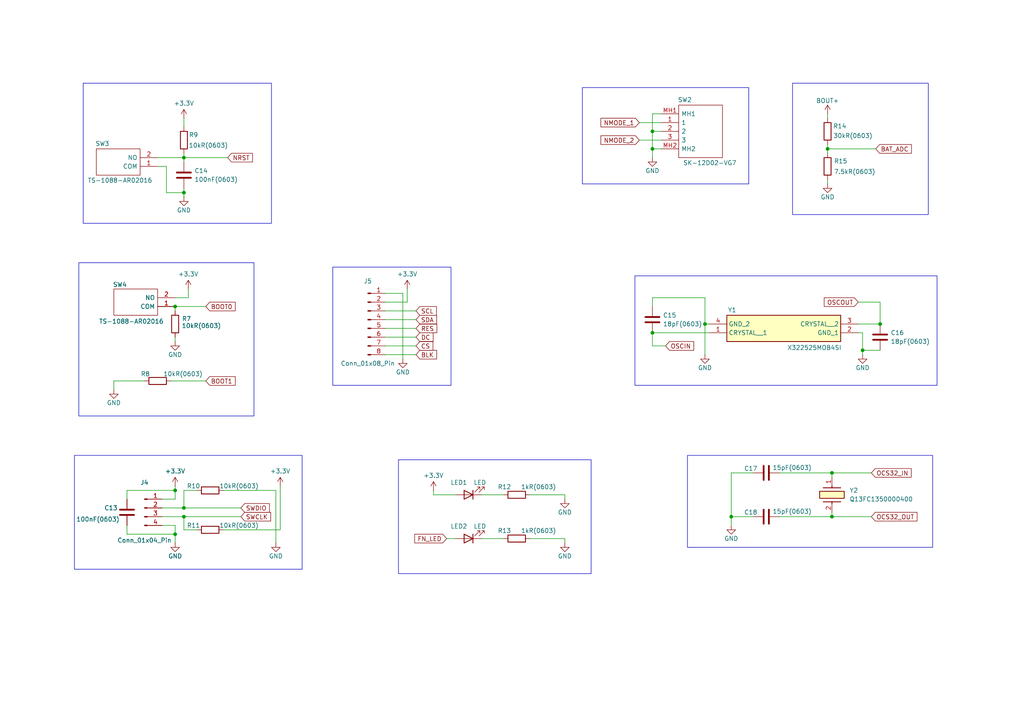
<source format=kicad_sch>
(kicad_sch
	(version 20231120)
	(generator "eeschema")
	(generator_version "8.0")
	(uuid "6ccc8859-7d3d-4fa0-aafe-a4869edbd6b3")
	(paper "A4")
	(lib_symbols
		(symbol "Connector:Conn_01x04_Pin"
			(pin_names
				(offset 1.016) hide)
			(exclude_from_sim no)
			(in_bom yes)
			(on_board yes)
			(property "Reference" "J"
				(at 0 5.08 0)
				(effects
					(font
						(size 1.27 1.27)
					)
				)
			)
			(property "Value" "Conn_01x04_Pin"
				(at 0 -7.62 0)
				(effects
					(font
						(size 1.27 1.27)
					)
				)
			)
			(property "Footprint" ""
				(at 0 0 0)
				(effects
					(font
						(size 1.27 1.27)
					)
					(hide yes)
				)
			)
			(property "Datasheet" "~"
				(at 0 0 0)
				(effects
					(font
						(size 1.27 1.27)
					)
					(hide yes)
				)
			)
			(property "Description" "Generic connector, single row, 01x04, script generated"
				(at 0 0 0)
				(effects
					(font
						(size 1.27 1.27)
					)
					(hide yes)
				)
			)
			(property "ki_locked" ""
				(at 0 0 0)
				(effects
					(font
						(size 1.27 1.27)
					)
				)
			)
			(property "ki_keywords" "connector"
				(at 0 0 0)
				(effects
					(font
						(size 1.27 1.27)
					)
					(hide yes)
				)
			)
			(property "ki_fp_filters" "Connector*:*_1x??_*"
				(at 0 0 0)
				(effects
					(font
						(size 1.27 1.27)
					)
					(hide yes)
				)
			)
			(symbol "Conn_01x04_Pin_1_1"
				(polyline
					(pts
						(xy 1.27 -5.08) (xy 0.8636 -5.08)
					)
					(stroke
						(width 0.1524)
						(type default)
					)
					(fill
						(type none)
					)
				)
				(polyline
					(pts
						(xy 1.27 -2.54) (xy 0.8636 -2.54)
					)
					(stroke
						(width 0.1524)
						(type default)
					)
					(fill
						(type none)
					)
				)
				(polyline
					(pts
						(xy 1.27 0) (xy 0.8636 0)
					)
					(stroke
						(width 0.1524)
						(type default)
					)
					(fill
						(type none)
					)
				)
				(polyline
					(pts
						(xy 1.27 2.54) (xy 0.8636 2.54)
					)
					(stroke
						(width 0.1524)
						(type default)
					)
					(fill
						(type none)
					)
				)
				(rectangle
					(start 0.8636 -4.953)
					(end 0 -5.207)
					(stroke
						(width 0.1524)
						(type default)
					)
					(fill
						(type outline)
					)
				)
				(rectangle
					(start 0.8636 -2.413)
					(end 0 -2.667)
					(stroke
						(width 0.1524)
						(type default)
					)
					(fill
						(type outline)
					)
				)
				(rectangle
					(start 0.8636 0.127)
					(end 0 -0.127)
					(stroke
						(width 0.1524)
						(type default)
					)
					(fill
						(type outline)
					)
				)
				(rectangle
					(start 0.8636 2.667)
					(end 0 2.413)
					(stroke
						(width 0.1524)
						(type default)
					)
					(fill
						(type outline)
					)
				)
				(pin passive line
					(at 5.08 2.54 180)
					(length 3.81)
					(name "Pin_1"
						(effects
							(font
								(size 1.27 1.27)
							)
						)
					)
					(number "1"
						(effects
							(font
								(size 1.27 1.27)
							)
						)
					)
				)
				(pin passive line
					(at 5.08 0 180)
					(length 3.81)
					(name "Pin_2"
						(effects
							(font
								(size 1.27 1.27)
							)
						)
					)
					(number "2"
						(effects
							(font
								(size 1.27 1.27)
							)
						)
					)
				)
				(pin passive line
					(at 5.08 -2.54 180)
					(length 3.81)
					(name "Pin_3"
						(effects
							(font
								(size 1.27 1.27)
							)
						)
					)
					(number "3"
						(effects
							(font
								(size 1.27 1.27)
							)
						)
					)
				)
				(pin passive line
					(at 5.08 -5.08 180)
					(length 3.81)
					(name "Pin_4"
						(effects
							(font
								(size 1.27 1.27)
							)
						)
					)
					(number "4"
						(effects
							(font
								(size 1.27 1.27)
							)
						)
					)
				)
			)
		)
		(symbol "Connector:Conn_01x08_Pin"
			(pin_names
				(offset 1.016) hide)
			(exclude_from_sim no)
			(in_bom yes)
			(on_board yes)
			(property "Reference" "J"
				(at 0 10.16 0)
				(effects
					(font
						(size 1.27 1.27)
					)
				)
			)
			(property "Value" "Conn_01x08_Pin"
				(at 0 -12.7 0)
				(effects
					(font
						(size 1.27 1.27)
					)
				)
			)
			(property "Footprint" ""
				(at 0 0 0)
				(effects
					(font
						(size 1.27 1.27)
					)
					(hide yes)
				)
			)
			(property "Datasheet" "~"
				(at 0 0 0)
				(effects
					(font
						(size 1.27 1.27)
					)
					(hide yes)
				)
			)
			(property "Description" "Generic connector, single row, 01x08, script generated"
				(at 0 0 0)
				(effects
					(font
						(size 1.27 1.27)
					)
					(hide yes)
				)
			)
			(property "ki_locked" ""
				(at 0 0 0)
				(effects
					(font
						(size 1.27 1.27)
					)
				)
			)
			(property "ki_keywords" "connector"
				(at 0 0 0)
				(effects
					(font
						(size 1.27 1.27)
					)
					(hide yes)
				)
			)
			(property "ki_fp_filters" "Connector*:*_1x??_*"
				(at 0 0 0)
				(effects
					(font
						(size 1.27 1.27)
					)
					(hide yes)
				)
			)
			(symbol "Conn_01x08_Pin_1_1"
				(polyline
					(pts
						(xy 1.27 -10.16) (xy 0.8636 -10.16)
					)
					(stroke
						(width 0.1524)
						(type default)
					)
					(fill
						(type none)
					)
				)
				(polyline
					(pts
						(xy 1.27 -7.62) (xy 0.8636 -7.62)
					)
					(stroke
						(width 0.1524)
						(type default)
					)
					(fill
						(type none)
					)
				)
				(polyline
					(pts
						(xy 1.27 -5.08) (xy 0.8636 -5.08)
					)
					(stroke
						(width 0.1524)
						(type default)
					)
					(fill
						(type none)
					)
				)
				(polyline
					(pts
						(xy 1.27 -2.54) (xy 0.8636 -2.54)
					)
					(stroke
						(width 0.1524)
						(type default)
					)
					(fill
						(type none)
					)
				)
				(polyline
					(pts
						(xy 1.27 0) (xy 0.8636 0)
					)
					(stroke
						(width 0.1524)
						(type default)
					)
					(fill
						(type none)
					)
				)
				(polyline
					(pts
						(xy 1.27 2.54) (xy 0.8636 2.54)
					)
					(stroke
						(width 0.1524)
						(type default)
					)
					(fill
						(type none)
					)
				)
				(polyline
					(pts
						(xy 1.27 5.08) (xy 0.8636 5.08)
					)
					(stroke
						(width 0.1524)
						(type default)
					)
					(fill
						(type none)
					)
				)
				(polyline
					(pts
						(xy 1.27 7.62) (xy 0.8636 7.62)
					)
					(stroke
						(width 0.1524)
						(type default)
					)
					(fill
						(type none)
					)
				)
				(rectangle
					(start 0.8636 -10.033)
					(end 0 -10.287)
					(stroke
						(width 0.1524)
						(type default)
					)
					(fill
						(type outline)
					)
				)
				(rectangle
					(start 0.8636 -7.493)
					(end 0 -7.747)
					(stroke
						(width 0.1524)
						(type default)
					)
					(fill
						(type outline)
					)
				)
				(rectangle
					(start 0.8636 -4.953)
					(end 0 -5.207)
					(stroke
						(width 0.1524)
						(type default)
					)
					(fill
						(type outline)
					)
				)
				(rectangle
					(start 0.8636 -2.413)
					(end 0 -2.667)
					(stroke
						(width 0.1524)
						(type default)
					)
					(fill
						(type outline)
					)
				)
				(rectangle
					(start 0.8636 0.127)
					(end 0 -0.127)
					(stroke
						(width 0.1524)
						(type default)
					)
					(fill
						(type outline)
					)
				)
				(rectangle
					(start 0.8636 2.667)
					(end 0 2.413)
					(stroke
						(width 0.1524)
						(type default)
					)
					(fill
						(type outline)
					)
				)
				(rectangle
					(start 0.8636 5.207)
					(end 0 4.953)
					(stroke
						(width 0.1524)
						(type default)
					)
					(fill
						(type outline)
					)
				)
				(rectangle
					(start 0.8636 7.747)
					(end 0 7.493)
					(stroke
						(width 0.1524)
						(type default)
					)
					(fill
						(type outline)
					)
				)
				(pin passive line
					(at 5.08 7.62 180)
					(length 3.81)
					(name "Pin_1"
						(effects
							(font
								(size 1.27 1.27)
							)
						)
					)
					(number "1"
						(effects
							(font
								(size 1.27 1.27)
							)
						)
					)
				)
				(pin passive line
					(at 5.08 5.08 180)
					(length 3.81)
					(name "Pin_2"
						(effects
							(font
								(size 1.27 1.27)
							)
						)
					)
					(number "2"
						(effects
							(font
								(size 1.27 1.27)
							)
						)
					)
				)
				(pin passive line
					(at 5.08 2.54 180)
					(length 3.81)
					(name "Pin_3"
						(effects
							(font
								(size 1.27 1.27)
							)
						)
					)
					(number "3"
						(effects
							(font
								(size 1.27 1.27)
							)
						)
					)
				)
				(pin passive line
					(at 5.08 0 180)
					(length 3.81)
					(name "Pin_4"
						(effects
							(font
								(size 1.27 1.27)
							)
						)
					)
					(number "4"
						(effects
							(font
								(size 1.27 1.27)
							)
						)
					)
				)
				(pin passive line
					(at 5.08 -2.54 180)
					(length 3.81)
					(name "Pin_5"
						(effects
							(font
								(size 1.27 1.27)
							)
						)
					)
					(number "5"
						(effects
							(font
								(size 1.27 1.27)
							)
						)
					)
				)
				(pin passive line
					(at 5.08 -5.08 180)
					(length 3.81)
					(name "Pin_6"
						(effects
							(font
								(size 1.27 1.27)
							)
						)
					)
					(number "6"
						(effects
							(font
								(size 1.27 1.27)
							)
						)
					)
				)
				(pin passive line
					(at 5.08 -7.62 180)
					(length 3.81)
					(name "Pin_7"
						(effects
							(font
								(size 1.27 1.27)
							)
						)
					)
					(number "7"
						(effects
							(font
								(size 1.27 1.27)
							)
						)
					)
				)
				(pin passive line
					(at 5.08 -10.16 180)
					(length 3.81)
					(name "Pin_8"
						(effects
							(font
								(size 1.27 1.27)
							)
						)
					)
					(number "8"
						(effects
							(font
								(size 1.27 1.27)
							)
						)
					)
				)
			)
		)
		(symbol "Device:C"
			(pin_numbers hide)
			(pin_names
				(offset 0.254)
			)
			(exclude_from_sim no)
			(in_bom yes)
			(on_board yes)
			(property "Reference" "C"
				(at 0.635 2.54 0)
				(effects
					(font
						(size 1.27 1.27)
					)
					(justify left)
				)
			)
			(property "Value" "C"
				(at 0.635 -2.54 0)
				(effects
					(font
						(size 1.27 1.27)
					)
					(justify left)
				)
			)
			(property "Footprint" ""
				(at 0.9652 -3.81 0)
				(effects
					(font
						(size 1.27 1.27)
					)
					(hide yes)
				)
			)
			(property "Datasheet" "~"
				(at 0 0 0)
				(effects
					(font
						(size 1.27 1.27)
					)
					(hide yes)
				)
			)
			(property "Description" "Unpolarized capacitor"
				(at 0 0 0)
				(effects
					(font
						(size 1.27 1.27)
					)
					(hide yes)
				)
			)
			(property "ki_keywords" "cap capacitor"
				(at 0 0 0)
				(effects
					(font
						(size 1.27 1.27)
					)
					(hide yes)
				)
			)
			(property "ki_fp_filters" "C_*"
				(at 0 0 0)
				(effects
					(font
						(size 1.27 1.27)
					)
					(hide yes)
				)
			)
			(symbol "C_0_1"
				(polyline
					(pts
						(xy -2.032 -0.762) (xy 2.032 -0.762)
					)
					(stroke
						(width 0.508)
						(type default)
					)
					(fill
						(type none)
					)
				)
				(polyline
					(pts
						(xy -2.032 0.762) (xy 2.032 0.762)
					)
					(stroke
						(width 0.508)
						(type default)
					)
					(fill
						(type none)
					)
				)
			)
			(symbol "C_1_1"
				(pin passive line
					(at 0 3.81 270)
					(length 2.794)
					(name "~"
						(effects
							(font
								(size 1.27 1.27)
							)
						)
					)
					(number "1"
						(effects
							(font
								(size 1.27 1.27)
							)
						)
					)
				)
				(pin passive line
					(at 0 -3.81 90)
					(length 2.794)
					(name "~"
						(effects
							(font
								(size 1.27 1.27)
							)
						)
					)
					(number "2"
						(effects
							(font
								(size 1.27 1.27)
							)
						)
					)
				)
			)
		)
		(symbol "Device:LED"
			(pin_numbers hide)
			(pin_names
				(offset 1.016) hide)
			(exclude_from_sim no)
			(in_bom yes)
			(on_board yes)
			(property "Reference" "D"
				(at 0 2.54 0)
				(effects
					(font
						(size 1.27 1.27)
					)
				)
			)
			(property "Value" "LED"
				(at 0 -2.54 0)
				(effects
					(font
						(size 1.27 1.27)
					)
				)
			)
			(property "Footprint" ""
				(at 0 0 0)
				(effects
					(font
						(size 1.27 1.27)
					)
					(hide yes)
				)
			)
			(property "Datasheet" "~"
				(at 0 0 0)
				(effects
					(font
						(size 1.27 1.27)
					)
					(hide yes)
				)
			)
			(property "Description" "Light emitting diode"
				(at 0 0 0)
				(effects
					(font
						(size 1.27 1.27)
					)
					(hide yes)
				)
			)
			(property "ki_keywords" "LED diode"
				(at 0 0 0)
				(effects
					(font
						(size 1.27 1.27)
					)
					(hide yes)
				)
			)
			(property "ki_fp_filters" "LED* LED_SMD:* LED_THT:*"
				(at 0 0 0)
				(effects
					(font
						(size 1.27 1.27)
					)
					(hide yes)
				)
			)
			(symbol "LED_0_1"
				(polyline
					(pts
						(xy -1.27 -1.27) (xy -1.27 1.27)
					)
					(stroke
						(width 0.254)
						(type default)
					)
					(fill
						(type none)
					)
				)
				(polyline
					(pts
						(xy -1.27 0) (xy 1.27 0)
					)
					(stroke
						(width 0)
						(type default)
					)
					(fill
						(type none)
					)
				)
				(polyline
					(pts
						(xy 1.27 -1.27) (xy 1.27 1.27) (xy -1.27 0) (xy 1.27 -1.27)
					)
					(stroke
						(width 0.254)
						(type default)
					)
					(fill
						(type none)
					)
				)
				(polyline
					(pts
						(xy -3.048 -0.762) (xy -4.572 -2.286) (xy -3.81 -2.286) (xy -4.572 -2.286) (xy -4.572 -1.524)
					)
					(stroke
						(width 0)
						(type default)
					)
					(fill
						(type none)
					)
				)
				(polyline
					(pts
						(xy -1.778 -0.762) (xy -3.302 -2.286) (xy -2.54 -2.286) (xy -3.302 -2.286) (xy -3.302 -1.524)
					)
					(stroke
						(width 0)
						(type default)
					)
					(fill
						(type none)
					)
				)
			)
			(symbol "LED_1_1"
				(pin passive line
					(at -3.81 0 0)
					(length 2.54)
					(name "K"
						(effects
							(font
								(size 1.27 1.27)
							)
						)
					)
					(number "1"
						(effects
							(font
								(size 1.27 1.27)
							)
						)
					)
				)
				(pin passive line
					(at 3.81 0 180)
					(length 2.54)
					(name "A"
						(effects
							(font
								(size 1.27 1.27)
							)
						)
					)
					(number "2"
						(effects
							(font
								(size 1.27 1.27)
							)
						)
					)
				)
			)
		)
		(symbol "Device:R"
			(pin_numbers hide)
			(pin_names
				(offset 0)
			)
			(exclude_from_sim no)
			(in_bom yes)
			(on_board yes)
			(property "Reference" "R"
				(at 2.032 0 90)
				(effects
					(font
						(size 1.27 1.27)
					)
				)
			)
			(property "Value" "R"
				(at 0 0 90)
				(effects
					(font
						(size 1.27 1.27)
					)
				)
			)
			(property "Footprint" ""
				(at -1.778 0 90)
				(effects
					(font
						(size 1.27 1.27)
					)
					(hide yes)
				)
			)
			(property "Datasheet" "~"
				(at 0 0 0)
				(effects
					(font
						(size 1.27 1.27)
					)
					(hide yes)
				)
			)
			(property "Description" "Resistor"
				(at 0 0 0)
				(effects
					(font
						(size 1.27 1.27)
					)
					(hide yes)
				)
			)
			(property "ki_keywords" "R res resistor"
				(at 0 0 0)
				(effects
					(font
						(size 1.27 1.27)
					)
					(hide yes)
				)
			)
			(property "ki_fp_filters" "R_*"
				(at 0 0 0)
				(effects
					(font
						(size 1.27 1.27)
					)
					(hide yes)
				)
			)
			(symbol "R_0_1"
				(rectangle
					(start -1.016 -2.54)
					(end 1.016 2.54)
					(stroke
						(width 0.254)
						(type default)
					)
					(fill
						(type none)
					)
				)
			)
			(symbol "R_1_1"
				(pin passive line
					(at 0 3.81 270)
					(length 1.27)
					(name "~"
						(effects
							(font
								(size 1.27 1.27)
							)
						)
					)
					(number "1"
						(effects
							(font
								(size 1.27 1.27)
							)
						)
					)
				)
				(pin passive line
					(at 0 -3.81 90)
					(length 1.27)
					(name "~"
						(effects
							(font
								(size 1.27 1.27)
							)
						)
					)
					(number "2"
						(effects
							(font
								(size 1.27 1.27)
							)
						)
					)
				)
			)
		)
		(symbol "Q13FC1350000400_1"
			(pin_names hide)
			(exclude_from_sim no)
			(in_bom yes)
			(on_board yes)
			(property "Reference" "Y"
				(at 8.89 6.35 0)
				(effects
					(font
						(size 1.27 1.27)
					)
					(justify left top)
				)
			)
			(property "Value" "Q13FC1350000400"
				(at 8.89 3.81 0)
				(effects
					(font
						(size 1.27 1.27)
					)
					(justify left top)
				)
			)
			(property "Footprint" "Q13FC1350000400"
				(at 8.89 -96.19 0)
				(effects
					(font
						(size 1.27 1.27)
					)
					(justify left top)
					(hide yes)
				)
			)
			(property "Datasheet" "https://datasheet.lcsc.com/szlcsc/1901081604_Seiko-Epson-Q13FC1350000400_C32346.pdf"
				(at 8.89 -196.19 0)
				(effects
					(font
						(size 1.27 1.27)
					)
					(justify left top)
					(hide yes)
				)
			)
			(property "Description" "SMD Crystal Resonators 32.768KHz +/-20ppm SMD-3215_2P RoHS"
				(at 0.508 -5.842 0)
				(effects
					(font
						(size 1.27 1.27)
					)
					(hide yes)
				)
			)
			(property "Height" "0.9"
				(at 8.89 -396.19 0)
				(effects
					(font
						(size 1.27 1.27)
					)
					(justify left top)
					(hide yes)
				)
			)
			(property "Manufacturer_Name" "Seiko Epson Corporation"
				(at 8.89 -496.19 0)
				(effects
					(font
						(size 1.27 1.27)
					)
					(justify left top)
					(hide yes)
				)
			)
			(property "Manufacturer_Part_Number" "Q13FC1350000400"
				(at 8.89 -596.19 0)
				(effects
					(font
						(size 1.27 1.27)
					)
					(justify left top)
					(hide yes)
				)
			)
			(property "Mouser Part Number" ""
				(at 8.89 -696.19 0)
				(effects
					(font
						(size 1.27 1.27)
					)
					(justify left top)
					(hide yes)
				)
			)
			(property "Mouser Price/Stock" ""
				(at 8.89 -796.19 0)
				(effects
					(font
						(size 1.27 1.27)
					)
					(justify left top)
					(hide yes)
				)
			)
			(property "Arrow Part Number" ""
				(at 8.89 -896.19 0)
				(effects
					(font
						(size 1.27 1.27)
					)
					(justify left top)
					(hide yes)
				)
			)
			(property "Arrow Price/Stock" ""
				(at 8.89 -996.19 0)
				(effects
					(font
						(size 1.27 1.27)
					)
					(justify left top)
					(hide yes)
				)
			)
			(symbol "Q13FC1350000400_1_1_1"
				(polyline
					(pts
						(xy 3.048 0) (xy 2.54 0)
					)
					(stroke
						(width 0.254)
						(type default)
					)
					(fill
						(type none)
					)
				)
				(polyline
					(pts
						(xy 3.048 2.54) (xy 3.048 -2.54)
					)
					(stroke
						(width 0.254)
						(type default)
					)
					(fill
						(type none)
					)
				)
				(polyline
					(pts
						(xy 7.112 0) (xy 7.62 0)
					)
					(stroke
						(width 0.254)
						(type default)
					)
					(fill
						(type none)
					)
				)
				(polyline
					(pts
						(xy 7.112 2.54) (xy 7.112 -2.54)
					)
					(stroke
						(width 0.254)
						(type default)
					)
					(fill
						(type none)
					)
				)
				(rectangle
					(start 4.064 3.556)
					(end 6.096 -3.556)
					(stroke
						(width 0.254)
						(type default)
					)
					(fill
						(type background)
					)
				)
				(pin passive line
					(at 10.16 0 180)
					(length 2.54)
					(name "CRYSTAL_1"
						(effects
							(font
								(size 1.27 1.27)
							)
						)
					)
					(number "1"
						(effects
							(font
								(size 1.27 1.27)
							)
						)
					)
				)
				(pin passive line
					(at 0 0 0)
					(length 2.54)
					(name "CRYSTAL_2"
						(effects
							(font
								(size 1.27 1.27)
							)
						)
					)
					(number "2"
						(effects
							(font
								(size 1.27 1.27)
							)
						)
					)
				)
			)
		)
		(symbol "SK-12D02-VG7:SK-12D02-VG7"
			(pin_names
				(offset 0.762)
			)
			(exclude_from_sim no)
			(in_bom yes)
			(on_board yes)
			(property "Reference" "S"
				(at 19.05 7.62 0)
				(effects
					(font
						(size 1.27 1.27)
					)
					(justify left)
				)
			)
			(property "Value" "SK-12D02-VG7"
				(at 19.05 5.08 0)
				(effects
					(font
						(size 1.27 1.27)
					)
					(justify left)
				)
			)
			(property "Footprint" "SK12D02VG7"
				(at 19.05 2.54 0)
				(effects
					(font
						(size 1.27 1.27)
					)
					(justify left)
					(hide yes)
				)
			)
			(property "Datasheet" "https://datasheet.lcsc.com/szlcsc/Korean-Hroparts-Elec-SK-12D02-VG7_C136721.pdf"
				(at 19.05 0 0)
				(effects
					(font
						(size 1.27 1.27)
					)
					(justify left)
					(hide yes)
				)
			)
			(property "Description" "Toggle Switches Plugin RoHS"
				(at 0 0 0)
				(effects
					(font
						(size 1.27 1.27)
					)
					(hide yes)
				)
			)
			(property "Description_1" "Toggle Switches Plugin RoHS"
				(at 19.05 -2.54 0)
				(effects
					(font
						(size 1.27 1.27)
					)
					(justify left)
					(hide yes)
				)
			)
			(property "Height" "4.7"
				(at 19.05 -5.08 0)
				(effects
					(font
						(size 1.27 1.27)
					)
					(justify left)
					(hide yes)
				)
			)
			(property "Manufacturer_Name" "Korean Hroparts Elec"
				(at 19.05 -7.62 0)
				(effects
					(font
						(size 1.27 1.27)
					)
					(justify left)
					(hide yes)
				)
			)
			(property "Manufacturer_Part_Number" "SK-12D02-VG7"
				(at 19.05 -10.16 0)
				(effects
					(font
						(size 1.27 1.27)
					)
					(justify left)
					(hide yes)
				)
			)
			(property "Mouser Part Number" ""
				(at 19.05 -12.7 0)
				(effects
					(font
						(size 1.27 1.27)
					)
					(justify left)
					(hide yes)
				)
			)
			(property "Mouser Price/Stock" ""
				(at 19.05 -15.24 0)
				(effects
					(font
						(size 1.27 1.27)
					)
					(justify left)
					(hide yes)
				)
			)
			(property "Arrow Part Number" ""
				(at 19.05 -17.78 0)
				(effects
					(font
						(size 1.27 1.27)
					)
					(justify left)
					(hide yes)
				)
			)
			(property "Arrow Price/Stock" ""
				(at 19.05 -20.32 0)
				(effects
					(font
						(size 1.27 1.27)
					)
					(justify left)
					(hide yes)
				)
			)
			(symbol "SK-12D02-VG7_0_0"
				(pin passive line
					(at 0 -2.54 0)
					(length 5.08)
					(name "1"
						(effects
							(font
								(size 1.27 1.27)
							)
						)
					)
					(number "1"
						(effects
							(font
								(size 1.27 1.27)
							)
						)
					)
				)
				(pin passive line
					(at 0 -5.08 0)
					(length 5.08)
					(name "2"
						(effects
							(font
								(size 1.27 1.27)
							)
						)
					)
					(number "2"
						(effects
							(font
								(size 1.27 1.27)
							)
						)
					)
				)
				(pin passive line
					(at 0 -7.62 0)
					(length 5.08)
					(name "3"
						(effects
							(font
								(size 1.27 1.27)
							)
						)
					)
					(number "3"
						(effects
							(font
								(size 1.27 1.27)
							)
						)
					)
				)
				(pin passive line
					(at 0 0 0)
					(length 5.08)
					(name "MH1"
						(effects
							(font
								(size 1.27 1.27)
							)
						)
					)
					(number "MH1"
						(effects
							(font
								(size 1.27 1.27)
							)
						)
					)
				)
				(pin passive line
					(at 0 -10.16 0)
					(length 5.08)
					(name "MH2"
						(effects
							(font
								(size 1.27 1.27)
							)
						)
					)
					(number "MH2"
						(effects
							(font
								(size 1.27 1.27)
							)
						)
					)
				)
			)
			(symbol "SK-12D02-VG7_0_1"
				(polyline
					(pts
						(xy 5.08 2.54) (xy 17.78 2.54) (xy 17.78 -12.7) (xy 5.08 -12.7) (xy 5.08 2.54)
					)
					(stroke
						(width 0.1524)
						(type solid)
					)
					(fill
						(type none)
					)
				)
			)
		)
		(symbol "TS-1088-AR02016:TS-1088-AR02016"
			(pin_names
				(offset 0.762)
			)
			(exclude_from_sim no)
			(in_bom yes)
			(on_board yes)
			(property "Reference" "S"
				(at 19.05 7.62 0)
				(effects
					(font
						(size 1.27 1.27)
					)
					(justify left)
				)
			)
			(property "Value" "TS-1088-AR02016"
				(at 19.05 5.08 0)
				(effects
					(font
						(size 1.27 1.27)
					)
					(justify left)
				)
			)
			(property "Footprint" "TS1088AR02016"
				(at 19.05 2.54 0)
				(effects
					(font
						(size 1.27 1.27)
					)
					(justify left)
					(hide yes)
				)
			)
			(property "Datasheet" "https://www.xunpudianzi.com/uploads/pdf/TS-1088-ARXXX.pdf"
				(at 19.05 0 0)
				(effects
					(font
						(size 1.27 1.27)
					)
					(justify left)
					(hide yes)
				)
			)
			(property "Description" "Tact Switch"
				(at 0 0 0)
				(effects
					(font
						(size 1.27 1.27)
					)
					(hide yes)
				)
			)
			(property "Description_1" "Tact Switch"
				(at 19.05 -2.54 0)
				(effects
					(font
						(size 1.27 1.27)
					)
					(justify left)
					(hide yes)
				)
			)
			(property "Height" "2"
				(at 19.05 -5.08 0)
				(effects
					(font
						(size 1.27 1.27)
					)
					(justify left)
					(hide yes)
				)
			)
			(property "Manufacturer_Name" "XUNPU"
				(at 19.05 -7.62 0)
				(effects
					(font
						(size 1.27 1.27)
					)
					(justify left)
					(hide yes)
				)
			)
			(property "Manufacturer_Part_Number" "TS-1088-AR02016"
				(at 19.05 -10.16 0)
				(effects
					(font
						(size 1.27 1.27)
					)
					(justify left)
					(hide yes)
				)
			)
			(property "Mouser Part Number" ""
				(at 19.05 -12.7 0)
				(effects
					(font
						(size 1.27 1.27)
					)
					(justify left)
					(hide yes)
				)
			)
			(property "Mouser Price/Stock" ""
				(at 19.05 -15.24 0)
				(effects
					(font
						(size 1.27 1.27)
					)
					(justify left)
					(hide yes)
				)
			)
			(property "Arrow Part Number" ""
				(at 19.05 -17.78 0)
				(effects
					(font
						(size 1.27 1.27)
					)
					(justify left)
					(hide yes)
				)
			)
			(property "Arrow Price/Stock" ""
				(at 19.05 -20.32 0)
				(effects
					(font
						(size 1.27 1.27)
					)
					(justify left)
					(hide yes)
				)
			)
			(symbol "TS-1088-AR02016_0_0"
				(pin passive line
					(at 0 0 0)
					(length 5.08)
					(name "COM"
						(effects
							(font
								(size 1.27 1.27)
							)
						)
					)
					(number "1"
						(effects
							(font
								(size 1.27 1.27)
							)
						)
					)
				)
				(pin passive line
					(at 0 -2.54 0)
					(length 5.08)
					(name "NO"
						(effects
							(font
								(size 1.27 1.27)
							)
						)
					)
					(number "2"
						(effects
							(font
								(size 1.27 1.27)
							)
						)
					)
				)
			)
			(symbol "TS-1088-AR02016_0_1"
				(polyline
					(pts
						(xy 5.08 2.54) (xy 17.78 2.54) (xy 17.78 -5.08) (xy 5.08 -5.08) (xy 5.08 2.54)
					)
					(stroke
						(width 0.1524)
						(type solid)
					)
					(fill
						(type none)
					)
				)
			)
		)
		(symbol "X322525MOB4SI:X322525MOB4SI"
			(exclude_from_sim no)
			(in_bom yes)
			(on_board yes)
			(property "Reference" "Y"
				(at 39.37 7.62 0)
				(effects
					(font
						(size 1.27 1.27)
					)
					(justify left top)
				)
			)
			(property "Value" "X322525MOB4SI"
				(at 39.37 5.08 0)
				(effects
					(font
						(size 1.27 1.27)
					)
					(justify left top)
				)
			)
			(property "Footprint" "X322525MOB4SI"
				(at 39.37 -94.92 0)
				(effects
					(font
						(size 1.27 1.27)
					)
					(justify left top)
					(hide yes)
				)
			)
			(property "Datasheet" "https://datasheet.lcsc.com/szlcsc/Yangxing-Tech-X322525MOB4SI_C9006.pdf"
				(at 39.37 -194.92 0)
				(effects
					(font
						(size 1.27 1.27)
					)
					(justify left top)
					(hide yes)
				)
			)
			(property "Description" "SMD Crystal Resonators 25MHz +/-10ppm SMD-3225_4P RoHS"
				(at 0 0 0)
				(effects
					(font
						(size 1.27 1.27)
					)
					(hide yes)
				)
			)
			(property "Height" "0.8"
				(at 39.37 -394.92 0)
				(effects
					(font
						(size 1.27 1.27)
					)
					(justify left top)
					(hide yes)
				)
			)
			(property "Manufacturer_Name" "Yangxing Tech"
				(at 39.37 -494.92 0)
				(effects
					(font
						(size 1.27 1.27)
					)
					(justify left top)
					(hide yes)
				)
			)
			(property "Manufacturer_Part_Number" "X322525MOB4SI"
				(at 39.37 -594.92 0)
				(effects
					(font
						(size 1.27 1.27)
					)
					(justify left top)
					(hide yes)
				)
			)
			(property "Mouser Part Number" ""
				(at 39.37 -694.92 0)
				(effects
					(font
						(size 1.27 1.27)
					)
					(justify left top)
					(hide yes)
				)
			)
			(property "Mouser Price/Stock" ""
				(at 39.37 -794.92 0)
				(effects
					(font
						(size 1.27 1.27)
					)
					(justify left top)
					(hide yes)
				)
			)
			(property "Arrow Part Number" ""
				(at 39.37 -894.92 0)
				(effects
					(font
						(size 1.27 1.27)
					)
					(justify left top)
					(hide yes)
				)
			)
			(property "Arrow Price/Stock" ""
				(at 39.37 -994.92 0)
				(effects
					(font
						(size 1.27 1.27)
					)
					(justify left top)
					(hide yes)
				)
			)
			(symbol "X322525MOB4SI_1_1"
				(rectangle
					(start 5.08 2.54)
					(end 38.1 -5.08)
					(stroke
						(width 0.254)
						(type default)
					)
					(fill
						(type background)
					)
				)
				(pin passive line
					(at 0 -2.54 0)
					(length 5.08)
					(name "CRYSTAL__1"
						(effects
							(font
								(size 1.27 1.27)
							)
						)
					)
					(number "1"
						(effects
							(font
								(size 1.27 1.27)
							)
						)
					)
				)
				(pin passive line
					(at 43.18 -2.54 180)
					(length 5.08)
					(name "GND_1"
						(effects
							(font
								(size 1.27 1.27)
							)
						)
					)
					(number "2"
						(effects
							(font
								(size 1.27 1.27)
							)
						)
					)
				)
				(pin passive line
					(at 43.18 0 180)
					(length 5.08)
					(name "CRYSTAL__2"
						(effects
							(font
								(size 1.27 1.27)
							)
						)
					)
					(number "3"
						(effects
							(font
								(size 1.27 1.27)
							)
						)
					)
				)
				(pin passive line
					(at 0 0 0)
					(length 5.08)
					(name "GND_2"
						(effects
							(font
								(size 1.27 1.27)
							)
						)
					)
					(number "4"
						(effects
							(font
								(size 1.27 1.27)
							)
						)
					)
				)
			)
		)
		(symbol "power:+3.3V"
			(power)
			(pin_numbers hide)
			(pin_names
				(offset 0) hide)
			(exclude_from_sim no)
			(in_bom yes)
			(on_board yes)
			(property "Reference" "#PWR"
				(at 0 -3.81 0)
				(effects
					(font
						(size 1.27 1.27)
					)
					(hide yes)
				)
			)
			(property "Value" "+3.3V"
				(at 0 3.556 0)
				(effects
					(font
						(size 1.27 1.27)
					)
				)
			)
			(property "Footprint" ""
				(at 0 0 0)
				(effects
					(font
						(size 1.27 1.27)
					)
					(hide yes)
				)
			)
			(property "Datasheet" ""
				(at 0 0 0)
				(effects
					(font
						(size 1.27 1.27)
					)
					(hide yes)
				)
			)
			(property "Description" "Power symbol creates a global label with name \"+3.3V\""
				(at 0 0 0)
				(effects
					(font
						(size 1.27 1.27)
					)
					(hide yes)
				)
			)
			(property "ki_keywords" "global power"
				(at 0 0 0)
				(effects
					(font
						(size 1.27 1.27)
					)
					(hide yes)
				)
			)
			(symbol "+3.3V_0_1"
				(polyline
					(pts
						(xy -0.762 1.27) (xy 0 2.54)
					)
					(stroke
						(width 0)
						(type default)
					)
					(fill
						(type none)
					)
				)
				(polyline
					(pts
						(xy 0 0) (xy 0 2.54)
					)
					(stroke
						(width 0)
						(type default)
					)
					(fill
						(type none)
					)
				)
				(polyline
					(pts
						(xy 0 2.54) (xy 0.762 1.27)
					)
					(stroke
						(width 0)
						(type default)
					)
					(fill
						(type none)
					)
				)
			)
			(symbol "+3.3V_1_1"
				(pin power_in line
					(at 0 0 90)
					(length 0)
					(name "~"
						(effects
							(font
								(size 1.27 1.27)
							)
						)
					)
					(number "1"
						(effects
							(font
								(size 1.27 1.27)
							)
						)
					)
				)
			)
		)
		(symbol "power:+3V8"
			(power)
			(pin_numbers hide)
			(pin_names
				(offset 0) hide)
			(exclude_from_sim no)
			(in_bom yes)
			(on_board yes)
			(property "Reference" "#PWR"
				(at 0 -3.81 0)
				(effects
					(font
						(size 1.27 1.27)
					)
					(hide yes)
				)
			)
			(property "Value" "+3V8"
				(at 0 3.556 0)
				(effects
					(font
						(size 1.27 1.27)
					)
				)
			)
			(property "Footprint" ""
				(at 0 0 0)
				(effects
					(font
						(size 1.27 1.27)
					)
					(hide yes)
				)
			)
			(property "Datasheet" ""
				(at 0 0 0)
				(effects
					(font
						(size 1.27 1.27)
					)
					(hide yes)
				)
			)
			(property "Description" "Power symbol creates a global label with name \"+3V8\""
				(at 0 0 0)
				(effects
					(font
						(size 1.27 1.27)
					)
					(hide yes)
				)
			)
			(property "ki_keywords" "global power"
				(at 0 0 0)
				(effects
					(font
						(size 1.27 1.27)
					)
					(hide yes)
				)
			)
			(symbol "+3V8_0_1"
				(polyline
					(pts
						(xy -0.762 1.27) (xy 0 2.54)
					)
					(stroke
						(width 0)
						(type default)
					)
					(fill
						(type none)
					)
				)
				(polyline
					(pts
						(xy 0 0) (xy 0 2.54)
					)
					(stroke
						(width 0)
						(type default)
					)
					(fill
						(type none)
					)
				)
				(polyline
					(pts
						(xy 0 2.54) (xy 0.762 1.27)
					)
					(stroke
						(width 0)
						(type default)
					)
					(fill
						(type none)
					)
				)
			)
			(symbol "+3V8_1_1"
				(pin power_in line
					(at 0 0 90)
					(length 0)
					(name "~"
						(effects
							(font
								(size 1.27 1.27)
							)
						)
					)
					(number "1"
						(effects
							(font
								(size 1.27 1.27)
							)
						)
					)
				)
			)
		)
		(symbol "power:GND"
			(power)
			(pin_numbers hide)
			(pin_names
				(offset 0) hide)
			(exclude_from_sim no)
			(in_bom yes)
			(on_board yes)
			(property "Reference" "#PWR"
				(at 0 -6.35 0)
				(effects
					(font
						(size 1.27 1.27)
					)
					(hide yes)
				)
			)
			(property "Value" "GND"
				(at 0 -3.81 0)
				(effects
					(font
						(size 1.27 1.27)
					)
				)
			)
			(property "Footprint" ""
				(at 0 0 0)
				(effects
					(font
						(size 1.27 1.27)
					)
					(hide yes)
				)
			)
			(property "Datasheet" ""
				(at 0 0 0)
				(effects
					(font
						(size 1.27 1.27)
					)
					(hide yes)
				)
			)
			(property "Description" "Power symbol creates a global label with name \"GND\" , ground"
				(at 0 0 0)
				(effects
					(font
						(size 1.27 1.27)
					)
					(hide yes)
				)
			)
			(property "ki_keywords" "global power"
				(at 0 0 0)
				(effects
					(font
						(size 1.27 1.27)
					)
					(hide yes)
				)
			)
			(symbol "GND_0_1"
				(polyline
					(pts
						(xy 0 0) (xy 0 -1.27) (xy 1.27 -1.27) (xy 0 -2.54) (xy -1.27 -1.27) (xy 0 -1.27)
					)
					(stroke
						(width 0)
						(type default)
					)
					(fill
						(type none)
					)
				)
			)
			(symbol "GND_1_1"
				(pin power_in line
					(at 0 0 270)
					(length 0)
					(name "~"
						(effects
							(font
								(size 1.27 1.27)
							)
						)
					)
					(number "1"
						(effects
							(font
								(size 1.27 1.27)
							)
						)
					)
				)
			)
		)
	)
	(junction
		(at 240.03 43.18)
		(diameter 0)
		(color 0 0 0 0)
		(uuid "0aacdd4f-bec5-46e3-b202-32fc66205832")
	)
	(junction
		(at 50.8 154.94)
		(diameter 0)
		(color 0 0 0 0)
		(uuid "1df176f9-28e4-43d0-a734-5a9651390666")
	)
	(junction
		(at 53.34 149.86)
		(diameter 0)
		(color 0 0 0 0)
		(uuid "3a95b14c-cda3-49b8-a648-cd29f3a3ed18")
	)
	(junction
		(at 241.3 137.16)
		(diameter 0)
		(color 0 0 0 0)
		(uuid "4658ae56-a972-4276-894f-f95c4439b996")
	)
	(junction
		(at 53.34 55.88)
		(diameter 0)
		(color 0 0 0 0)
		(uuid "470ff810-0a29-4f29-8f16-57e488218ceb")
	)
	(junction
		(at 241.3 149.86)
		(diameter 0)
		(color 0 0 0 0)
		(uuid "4c78644a-9b6c-4d6c-bb19-f66ae2370016")
	)
	(junction
		(at 189.23 96.52)
		(diameter 0)
		(color 0 0 0 0)
		(uuid "64f0de1a-8d2d-40a3-b0f5-27f0f7b4ef34")
	)
	(junction
		(at 212.09 149.86)
		(diameter 0)
		(color 0 0 0 0)
		(uuid "6615eb63-b310-44c9-b8ce-0dbe21f12ff6")
	)
	(junction
		(at 50.8 88.9)
		(diameter 0)
		(color 0 0 0 0)
		(uuid "7a7a81dd-300e-459b-b357-41d8e67c42f8")
	)
	(junction
		(at 189.23 43.18)
		(diameter 0)
		(color 0 0 0 0)
		(uuid "955b5c23-2507-4677-a57c-218ad9f5ee28")
	)
	(junction
		(at 250.19 101.6)
		(diameter 0)
		(color 0 0 0 0)
		(uuid "b342fec5-0358-42d5-adfe-4069f686d174")
	)
	(junction
		(at 50.8 142.24)
		(diameter 0)
		(color 0 0 0 0)
		(uuid "c5b607a2-3a08-40a3-9ca4-a7db9d5590d1")
	)
	(junction
		(at 53.34 45.72)
		(diameter 0)
		(color 0 0 0 0)
		(uuid "ce997efb-3555-461a-b240-1929b5c946f0")
	)
	(junction
		(at 204.47 93.98)
		(diameter 0)
		(color 0 0 0 0)
		(uuid "d3b12997-c884-4d4c-8cb3-a089bc501c6d")
	)
	(junction
		(at 189.23 38.1)
		(diameter 0)
		(color 0 0 0 0)
		(uuid "e94ef7e9-7792-42ab-85ef-4472ade77db9")
	)
	(junction
		(at 53.34 147.32)
		(diameter 0)
		(color 0 0 0 0)
		(uuid "eb65ec56-84af-4e4f-af0c-011325b82b13")
	)
	(junction
		(at 255.27 93.98)
		(diameter 0)
		(color 0 0 0 0)
		(uuid "f77e252e-6d53-46c4-8c2c-cd437bdd359c")
	)
	(wire
		(pts
			(xy 153.67 143.51) (xy 163.83 143.51)
		)
		(stroke
			(width 0)
			(type default)
		)
		(uuid "0047e3b3-5321-44e6-a9ad-b2b74fa9a083")
	)
	(wire
		(pts
			(xy 64.77 142.24) (xy 80.01 142.24)
		)
		(stroke
			(width 0)
			(type default)
		)
		(uuid "01d91960-32c6-40ec-b8eb-9ccf00fb2e3e")
	)
	(wire
		(pts
			(xy 189.23 38.1) (xy 191.77 38.1)
		)
		(stroke
			(width 0)
			(type default)
		)
		(uuid "0900f9af-0957-40f8-9a6e-93e20a9f8025")
	)
	(wire
		(pts
			(xy 46.99 149.86) (xy 53.34 149.86)
		)
		(stroke
			(width 0)
			(type default)
		)
		(uuid "097f9c76-eb25-41a9-b4da-5c85a10c7090")
	)
	(wire
		(pts
			(xy 255.27 87.63) (xy 255.27 93.98)
		)
		(stroke
			(width 0)
			(type default)
		)
		(uuid "0e8cb0e7-c814-4c6b-8634-7854354103a0")
	)
	(wire
		(pts
			(xy 241.3 149.86) (xy 252.73 149.86)
		)
		(stroke
			(width 0)
			(type default)
		)
		(uuid "11304083-71e1-4a3b-848d-4fe81094dd15")
	)
	(wire
		(pts
			(xy 240.03 52.07) (xy 240.03 53.34)
		)
		(stroke
			(width 0)
			(type default)
		)
		(uuid "14b252c7-330a-4d67-84c3-d0b60bcd9e00")
	)
	(wire
		(pts
			(xy 240.03 43.18) (xy 240.03 44.45)
		)
		(stroke
			(width 0)
			(type default)
		)
		(uuid "1949c1df-4a1e-46e7-a1e0-5bd4bf095bac")
	)
	(wire
		(pts
			(xy 250.19 101.6) (xy 250.19 102.87)
		)
		(stroke
			(width 0)
			(type default)
		)
		(uuid "1df0ca59-19d6-4e02-b08a-8ed87d2f2379")
	)
	(wire
		(pts
			(xy 189.23 86.36) (xy 204.47 86.36)
		)
		(stroke
			(width 0)
			(type default)
		)
		(uuid "1fa3034e-c9f5-4b5e-a57c-a93fc05bc362")
	)
	(wire
		(pts
			(xy 81.28 140.97) (xy 81.28 153.67)
		)
		(stroke
			(width 0)
			(type default)
		)
		(uuid "21cf51f5-17da-45d7-888c-4d503f2a4c23")
	)
	(wire
		(pts
			(xy 185.42 40.64) (xy 191.77 40.64)
		)
		(stroke
			(width 0)
			(type default)
		)
		(uuid "23302859-d39a-4acb-a4fb-46bd9093db45")
	)
	(wire
		(pts
			(xy 53.34 34.29) (xy 53.34 36.83)
		)
		(stroke
			(width 0)
			(type default)
		)
		(uuid "2a3ce755-f4a8-4341-a301-835e2ce97319")
	)
	(wire
		(pts
			(xy 153.67 156.21) (xy 163.83 156.21)
		)
		(stroke
			(width 0)
			(type default)
		)
		(uuid "2b67e75e-75a9-494e-ad81-de75d49c946a")
	)
	(wire
		(pts
			(xy 49.53 110.49) (xy 59.69 110.49)
		)
		(stroke
			(width 0)
			(type default)
		)
		(uuid "2d9d7da0-25d9-4069-a286-edcca355b6c3")
	)
	(wire
		(pts
			(xy 241.3 148.59) (xy 241.3 149.86)
		)
		(stroke
			(width 0)
			(type default)
		)
		(uuid "2efaf511-0aaf-42d4-8b12-63983794f954")
	)
	(wire
		(pts
			(xy 50.8 88.9) (xy 59.69 88.9)
		)
		(stroke
			(width 0)
			(type default)
		)
		(uuid "2efb33c3-a9e5-4a3a-b37f-d2de5aa4d18d")
	)
	(wire
		(pts
			(xy 226.06 149.86) (xy 241.3 149.86)
		)
		(stroke
			(width 0)
			(type default)
		)
		(uuid "2f0bc63f-c058-4bbc-be97-5f51cbcaa151")
	)
	(wire
		(pts
			(xy 46.99 147.32) (xy 53.34 147.32)
		)
		(stroke
			(width 0)
			(type default)
		)
		(uuid "2f1e5854-199c-4a3b-8e1c-a8c320399a62")
	)
	(wire
		(pts
			(xy 240.03 43.18) (xy 254 43.18)
		)
		(stroke
			(width 0)
			(type default)
		)
		(uuid "31edc852-7ab5-4780-9166-d70869d28d01")
	)
	(wire
		(pts
			(xy 212.09 152.4) (xy 212.09 149.86)
		)
		(stroke
			(width 0)
			(type default)
		)
		(uuid "3397017c-0d82-4830-a330-e1580baca932")
	)
	(wire
		(pts
			(xy 36.83 144.78) (xy 36.83 142.24)
		)
		(stroke
			(width 0)
			(type default)
		)
		(uuid "33c53d4c-eff9-47bd-ad4e-d541e8cf20bf")
	)
	(wire
		(pts
			(xy 204.47 86.36) (xy 204.47 93.98)
		)
		(stroke
			(width 0)
			(type default)
		)
		(uuid "370484f4-b8b9-4cb7-ba88-56a9b30b54ac")
	)
	(wire
		(pts
			(xy 248.92 96.52) (xy 250.19 96.52)
		)
		(stroke
			(width 0)
			(type default)
		)
		(uuid "370651f8-7e1c-425d-8c67-f97b9d7033ae")
	)
	(wire
		(pts
			(xy 80.01 142.24) (xy 80.01 157.48)
		)
		(stroke
			(width 0)
			(type default)
		)
		(uuid "43054db6-8f89-4d50-8a06-b490084b0b6a")
	)
	(wire
		(pts
			(xy 36.83 152.4) (xy 36.83 154.94)
		)
		(stroke
			(width 0)
			(type default)
		)
		(uuid "43123d2d-e450-443f-986d-793e1e901d28")
	)
	(wire
		(pts
			(xy 204.47 93.98) (xy 205.74 93.98)
		)
		(stroke
			(width 0)
			(type default)
		)
		(uuid "458f3fa9-943b-4a0a-94c6-a1ddaad1122b")
	)
	(wire
		(pts
			(xy 250.19 96.52) (xy 250.19 101.6)
		)
		(stroke
			(width 0)
			(type default)
		)
		(uuid "4639c37d-6d96-48fd-8ca2-f52443f95342")
	)
	(wire
		(pts
			(xy 54.61 86.36) (xy 50.8 86.36)
		)
		(stroke
			(width 0)
			(type default)
		)
		(uuid "4f8afae9-1722-4ea1-9311-5dd94ef1a5da")
	)
	(wire
		(pts
			(xy 45.72 48.26) (xy 48.26 48.26)
		)
		(stroke
			(width 0)
			(type default)
		)
		(uuid "51cf6547-8e11-4919-8b85-b15ee4a06c1c")
	)
	(wire
		(pts
			(xy 111.76 97.79) (xy 120.65 97.79)
		)
		(stroke
			(width 0)
			(type default)
		)
		(uuid "56b8548e-ec8d-47dd-a904-9ad3ed24fe67")
	)
	(wire
		(pts
			(xy 50.8 152.4) (xy 50.8 154.94)
		)
		(stroke
			(width 0)
			(type default)
		)
		(uuid "5ab500de-e7ff-4e30-8b27-310e1ed78be5")
	)
	(wire
		(pts
			(xy 53.34 54.61) (xy 53.34 55.88)
		)
		(stroke
			(width 0)
			(type default)
		)
		(uuid "5b39efe2-b96b-48ae-b200-58bdcdb62526")
	)
	(wire
		(pts
			(xy 50.8 99.06) (xy 50.8 97.79)
		)
		(stroke
			(width 0)
			(type default)
		)
		(uuid "6039f950-07d0-48cd-89aa-5720db9fc1b6")
	)
	(wire
		(pts
			(xy 81.28 153.67) (xy 64.77 153.67)
		)
		(stroke
			(width 0)
			(type default)
		)
		(uuid "607d8e57-7355-44c0-9d26-0121f0879239")
	)
	(wire
		(pts
			(xy 163.83 156.21) (xy 163.83 157.48)
		)
		(stroke
			(width 0)
			(type default)
		)
		(uuid "60f3b4a1-d129-46a1-996f-ea2134c5c806")
	)
	(wire
		(pts
			(xy 111.76 85.09) (xy 116.84 85.09)
		)
		(stroke
			(width 0)
			(type default)
		)
		(uuid "62a8aff1-fb07-465b-9c6e-0f6c268d6744")
	)
	(wire
		(pts
			(xy 125.73 142.24) (xy 125.73 143.51)
		)
		(stroke
			(width 0)
			(type default)
		)
		(uuid "62d5cb67-fc0a-4ca5-88ae-587fcffd2995")
	)
	(wire
		(pts
			(xy 48.26 55.88) (xy 53.34 55.88)
		)
		(stroke
			(width 0)
			(type default)
		)
		(uuid "67d9e200-0381-4aca-8601-30c9f0b269a1")
	)
	(wire
		(pts
			(xy 116.84 85.09) (xy 116.84 104.14)
		)
		(stroke
			(width 0)
			(type default)
		)
		(uuid "6ad6c464-9651-49ac-b449-7e9a20605d3c")
	)
	(wire
		(pts
			(xy 50.8 140.97) (xy 50.8 142.24)
		)
		(stroke
			(width 0)
			(type default)
		)
		(uuid "6cfa10ef-ee0b-4f44-b783-c238764ca675")
	)
	(wire
		(pts
			(xy 248.92 87.63) (xy 255.27 87.63)
		)
		(stroke
			(width 0)
			(type default)
		)
		(uuid "6d39ecd8-2dc8-4ed2-8169-0390aae3dfe9")
	)
	(wire
		(pts
			(xy 139.7 143.51) (xy 146.05 143.51)
		)
		(stroke
			(width 0)
			(type default)
		)
		(uuid "6e89bb05-62cb-4965-ac55-8237e9bd6c8e")
	)
	(wire
		(pts
			(xy 163.83 143.51) (xy 163.83 144.78)
		)
		(stroke
			(width 0)
			(type default)
		)
		(uuid "712bf0c9-e082-48cd-a756-7adef324d5ff")
	)
	(wire
		(pts
			(xy 53.34 45.72) (xy 53.34 46.99)
		)
		(stroke
			(width 0)
			(type default)
		)
		(uuid "7443dcbb-5382-4795-a2a4-180d20db5a5f")
	)
	(wire
		(pts
			(xy 50.8 142.24) (xy 50.8 144.78)
		)
		(stroke
			(width 0)
			(type default)
		)
		(uuid "747c90e6-006a-4890-b8fa-d18fd588316b")
	)
	(wire
		(pts
			(xy 111.76 95.25) (xy 120.65 95.25)
		)
		(stroke
			(width 0)
			(type default)
		)
		(uuid "774684ab-5824-4f55-9a58-baf12b93e270")
	)
	(wire
		(pts
			(xy 248.92 93.98) (xy 255.27 93.98)
		)
		(stroke
			(width 0)
			(type default)
		)
		(uuid "79cb1983-4125-4997-8285-b352926b5b46")
	)
	(wire
		(pts
			(xy 240.03 41.91) (xy 240.03 43.18)
		)
		(stroke
			(width 0)
			(type default)
		)
		(uuid "7a607e33-68cd-46b5-a02a-e60b5a07d8d3")
	)
	(wire
		(pts
			(xy 226.06 137.16) (xy 241.3 137.16)
		)
		(stroke
			(width 0)
			(type default)
		)
		(uuid "7b916cba-5c41-46b9-a283-264c682d194b")
	)
	(wire
		(pts
			(xy 53.34 55.88) (xy 53.34 57.15)
		)
		(stroke
			(width 0)
			(type default)
		)
		(uuid "7d1174d1-f8d3-40e5-8f1b-fa877db2b623")
	)
	(wire
		(pts
			(xy 241.3 137.16) (xy 252.73 137.16)
		)
		(stroke
			(width 0)
			(type default)
		)
		(uuid "7e2db9f9-61cb-4bd8-9345-c8f86a37d3c4")
	)
	(wire
		(pts
			(xy 111.76 90.17) (xy 120.65 90.17)
		)
		(stroke
			(width 0)
			(type default)
		)
		(uuid "826ea9df-7322-41d2-a82a-3ff3b9e3e28b")
	)
	(wire
		(pts
			(xy 46.99 152.4) (xy 50.8 152.4)
		)
		(stroke
			(width 0)
			(type default)
		)
		(uuid "8289cf1b-0428-4e72-90e9-fa8c41107194")
	)
	(wire
		(pts
			(xy 36.83 142.24) (xy 50.8 142.24)
		)
		(stroke
			(width 0)
			(type default)
		)
		(uuid "8609b42d-e53b-4014-a792-7b6b17055b55")
	)
	(wire
		(pts
			(xy 53.34 149.86) (xy 69.85 149.86)
		)
		(stroke
			(width 0)
			(type default)
		)
		(uuid "87d33ef4-d769-4a45-94ae-50577e4e3cf1")
	)
	(wire
		(pts
			(xy 189.23 38.1) (xy 189.23 33.02)
		)
		(stroke
			(width 0)
			(type default)
		)
		(uuid "8af7d93b-124c-427e-8c55-2f0d25530b64")
	)
	(wire
		(pts
			(xy 57.15 142.24) (xy 53.34 142.24)
		)
		(stroke
			(width 0)
			(type default)
		)
		(uuid "8d25c57a-1859-4674-aacc-115dd1d4eadb")
	)
	(wire
		(pts
			(xy 139.7 156.21) (xy 146.05 156.21)
		)
		(stroke
			(width 0)
			(type default)
		)
		(uuid "8f4214ad-d774-4d3d-8df1-363411482d58")
	)
	(wire
		(pts
			(xy 33.02 110.49) (xy 41.91 110.49)
		)
		(stroke
			(width 0)
			(type default)
		)
		(uuid "916d0307-1e9f-49c0-bc79-198e5e70d115")
	)
	(wire
		(pts
			(xy 45.72 45.72) (xy 53.34 45.72)
		)
		(stroke
			(width 0)
			(type default)
		)
		(uuid "93b747c1-213f-411f-9092-1cdc49d4637e")
	)
	(wire
		(pts
			(xy 111.76 102.87) (xy 120.65 102.87)
		)
		(stroke
			(width 0)
			(type default)
		)
		(uuid "93f474e8-9708-48be-97ee-9169c37064ef")
	)
	(wire
		(pts
			(xy 46.99 144.78) (xy 50.8 144.78)
		)
		(stroke
			(width 0)
			(type default)
		)
		(uuid "94625909-1b0b-4eca-836b-20143bb6c645")
	)
	(wire
		(pts
			(xy 189.23 43.18) (xy 191.77 43.18)
		)
		(stroke
			(width 0)
			(type default)
		)
		(uuid "94a45c07-73c8-4fa8-bd26-bca175eaca5d")
	)
	(wire
		(pts
			(xy 53.34 142.24) (xy 53.34 147.32)
		)
		(stroke
			(width 0)
			(type default)
		)
		(uuid "975a35f1-a1ae-4e57-8240-7a525a66cc4a")
	)
	(wire
		(pts
			(xy 50.8 154.94) (xy 50.8 157.48)
		)
		(stroke
			(width 0)
			(type default)
		)
		(uuid "a3032917-26f7-45db-b6b5-983ee295e69a")
	)
	(wire
		(pts
			(xy 53.34 153.67) (xy 53.34 149.86)
		)
		(stroke
			(width 0)
			(type default)
		)
		(uuid "aa1d22b8-a627-4817-ba72-b69fe419b2f5")
	)
	(wire
		(pts
			(xy 48.26 48.26) (xy 48.26 55.88)
		)
		(stroke
			(width 0)
			(type default)
		)
		(uuid "abbdbf7c-8e23-4807-90c3-996430a99565")
	)
	(wire
		(pts
			(xy 125.73 143.51) (xy 132.08 143.51)
		)
		(stroke
			(width 0)
			(type default)
		)
		(uuid "addc7480-b0ab-4855-b78d-d41c77acdf20")
	)
	(wire
		(pts
			(xy 189.23 43.18) (xy 189.23 38.1)
		)
		(stroke
			(width 0)
			(type default)
		)
		(uuid "ade29a31-5977-425c-8722-be6c51d8b50f")
	)
	(wire
		(pts
			(xy 50.8 88.9) (xy 50.8 90.17)
		)
		(stroke
			(width 0)
			(type default)
		)
		(uuid "ade7afe1-6b22-4675-9b2d-4431c2c5ad17")
	)
	(wire
		(pts
			(xy 189.23 45.72) (xy 189.23 43.18)
		)
		(stroke
			(width 0)
			(type default)
		)
		(uuid "aff0b7eb-1804-4372-853c-76abc913a985")
	)
	(wire
		(pts
			(xy 53.34 44.45) (xy 53.34 45.72)
		)
		(stroke
			(width 0)
			(type default)
		)
		(uuid "b48f6998-e6f8-403b-9de2-a03c5b619806")
	)
	(wire
		(pts
			(xy 33.02 113.03) (xy 33.02 110.49)
		)
		(stroke
			(width 0)
			(type default)
		)
		(uuid "b630db5b-85ef-4923-a5b0-0dd03fb6d53e")
	)
	(wire
		(pts
			(xy 185.42 35.56) (xy 191.77 35.56)
		)
		(stroke
			(width 0)
			(type default)
		)
		(uuid "b6540396-b262-426e-8e5d-71f211010283")
	)
	(wire
		(pts
			(xy 193.04 100.33) (xy 189.23 100.33)
		)
		(stroke
			(width 0)
			(type default)
		)
		(uuid "b77a3ee1-e73e-4958-aa4f-88fca322a89a")
	)
	(wire
		(pts
			(xy 118.11 87.63) (xy 118.11 83.82)
		)
		(stroke
			(width 0)
			(type default)
		)
		(uuid "b7dea23f-197c-4aac-a623-5e47df9ab874")
	)
	(wire
		(pts
			(xy 189.23 33.02) (xy 191.77 33.02)
		)
		(stroke
			(width 0)
			(type default)
		)
		(uuid "c02fb439-6cd4-4c5f-921b-20801bb7a758")
	)
	(wire
		(pts
			(xy 111.76 100.33) (xy 120.65 100.33)
		)
		(stroke
			(width 0)
			(type default)
		)
		(uuid "c2e21f90-a2cf-4d6f-ae43-80878c3bfd1a")
	)
	(wire
		(pts
			(xy 212.09 137.16) (xy 218.44 137.16)
		)
		(stroke
			(width 0)
			(type default)
		)
		(uuid "c2e24bec-3f85-4ea8-85d3-aab9ba9f28a2")
	)
	(wire
		(pts
			(xy 53.34 147.32) (xy 69.85 147.32)
		)
		(stroke
			(width 0)
			(type default)
		)
		(uuid "c3a54c5f-bfdd-4880-82f5-a4117750f27c")
	)
	(wire
		(pts
			(xy 212.09 149.86) (xy 212.09 137.16)
		)
		(stroke
			(width 0)
			(type default)
		)
		(uuid "c415299f-152d-414b-a492-e61cbb48da97")
	)
	(wire
		(pts
			(xy 111.76 87.63) (xy 118.11 87.63)
		)
		(stroke
			(width 0)
			(type default)
		)
		(uuid "c5d1d815-93c5-407b-89ee-205ca5f4e413")
	)
	(wire
		(pts
			(xy 57.15 153.67) (xy 53.34 153.67)
		)
		(stroke
			(width 0)
			(type default)
		)
		(uuid "c914948c-f207-4692-8b91-9ca96622164d")
	)
	(wire
		(pts
			(xy 240.03 33.02) (xy 240.03 34.29)
		)
		(stroke
			(width 0)
			(type default)
		)
		(uuid "caa2354e-cf18-444a-9310-48a23107f574")
	)
	(wire
		(pts
			(xy 189.23 100.33) (xy 189.23 96.52)
		)
		(stroke
			(width 0)
			(type default)
		)
		(uuid "d168ffff-3be4-4d79-afb4-454b5587b2fa")
	)
	(wire
		(pts
			(xy 189.23 88.9) (xy 189.23 86.36)
		)
		(stroke
			(width 0)
			(type default)
		)
		(uuid "d334fb04-1662-4891-8c45-ca952117c302")
	)
	(wire
		(pts
			(xy 54.61 83.82) (xy 54.61 86.36)
		)
		(stroke
			(width 0)
			(type default)
		)
		(uuid "d93e6b58-0b63-4081-9bb8-8ae1a0454120")
	)
	(wire
		(pts
			(xy 111.76 92.71) (xy 120.65 92.71)
		)
		(stroke
			(width 0)
			(type default)
		)
		(uuid "daaba677-90b0-44cf-a4fb-bcaa4a47d450")
	)
	(wire
		(pts
			(xy 255.27 101.6) (xy 250.19 101.6)
		)
		(stroke
			(width 0)
			(type default)
		)
		(uuid "de4b4389-51e2-4770-a6a3-fb1e63665feb")
	)
	(wire
		(pts
			(xy 241.3 137.16) (xy 241.3 138.43)
		)
		(stroke
			(width 0)
			(type default)
		)
		(uuid "e91d95e8-d37e-424f-9628-531c3580ed6c")
	)
	(wire
		(pts
			(xy 189.23 96.52) (xy 205.74 96.52)
		)
		(stroke
			(width 0)
			(type default)
		)
		(uuid "eb0b192c-bb65-43c5-b918-df43bf69172f")
	)
	(wire
		(pts
			(xy 53.34 45.72) (xy 66.04 45.72)
		)
		(stroke
			(width 0)
			(type default)
		)
		(uuid "f6dd860a-a11e-44af-951e-6f6b473d0992")
	)
	(wire
		(pts
			(xy 204.47 93.98) (xy 204.47 102.87)
		)
		(stroke
			(width 0)
			(type default)
		)
		(uuid "f799cae2-09ee-465f-8100-5f5a1a08408f")
	)
	(wire
		(pts
			(xy 212.09 149.86) (xy 218.44 149.86)
		)
		(stroke
			(width 0)
			(type default)
		)
		(uuid "f8cd26aa-5164-4046-b807-283f685edc22")
	)
	(wire
		(pts
			(xy 36.83 154.94) (xy 50.8 154.94)
		)
		(stroke
			(width 0)
			(type default)
		)
		(uuid "f9b98fb2-c6c4-4249-addb-60bed9d96b7a")
	)
	(wire
		(pts
			(xy 129.54 156.21) (xy 132.08 156.21)
		)
		(stroke
			(width 0)
			(type default)
		)
		(uuid "fca21dba-b0eb-4475-9ec4-009cc7f865d7")
	)
	(rectangle
		(start 22.86 76.2)
		(end 73.66 120.65)
		(stroke
			(width 0)
			(type default)
		)
		(fill
			(type none)
		)
		(uuid 06ece162-8621-4945-868a-19b24b9c2ba9)
	)
	(rectangle
		(start 96.52 77.47)
		(end 130.81 111.76)
		(stroke
			(width 0)
			(type default)
		)
		(fill
			(type none)
		)
		(uuid 085b117e-617f-4538-93b3-6014b7b1568f)
	)
	(rectangle
		(start 229.87 24.13)
		(end 269.24 62.23)
		(stroke
			(width 0)
			(type default)
		)
		(fill
			(type none)
		)
		(uuid 0eca83a8-dc59-4983-abfa-302485f4a0a5)
	)
	(rectangle
		(start 21.59 132.08)
		(end 87.63 165.1)
		(stroke
			(width 0)
			(type default)
		)
		(fill
			(type none)
		)
		(uuid 29467e5e-c55c-4e7d-bbd9-791b51e1e430)
	)
	(rectangle
		(start 168.91 25.4)
		(end 217.17 53.34)
		(stroke
			(width 0)
			(type default)
		)
		(fill
			(type none)
		)
		(uuid 3c830e97-f262-4939-a45e-4bd626957cd3)
	)
	(rectangle
		(start 199.39 132.08)
		(end 270.51 158.75)
		(stroke
			(width 0)
			(type default)
		)
		(fill
			(type none)
		)
		(uuid 79c047a9-d1a6-433b-a178-086ff74f66cb)
	)
	(rectangle
		(start 184.15 80.01)
		(end 271.78 111.76)
		(stroke
			(width 0)
			(type default)
		)
		(fill
			(type none)
		)
		(uuid 9fb7dec1-cfac-4f79-a51e-adca72db4dbf)
	)
	(rectangle
		(start 115.57 133.35)
		(end 171.45 166.37)
		(stroke
			(width 0)
			(type default)
		)
		(fill
			(type none)
		)
		(uuid e5cdbf38-da51-40f9-b3f8-54ab860b96ef)
	)
	(rectangle
		(start 24.13 24.13)
		(end 78.74 64.77)
		(stroke
			(width 0)
			(type default)
		)
		(fill
			(type none)
		)
		(uuid fe4484a1-e77b-4287-9602-7944d070d74f)
	)
	(global_label "OCS32_IN"
		(shape input)
		(at 252.73 137.16 0)
		(fields_autoplaced yes)
		(effects
			(font
				(size 1.27 1.27)
			)
			(justify left)
		)
		(uuid "06438d28-6eb2-4e48-8dee-3d1985ad0550")
		(property "Intersheetrefs" "${INTERSHEET_REFS}"
			(at 264.8471 137.16 0)
			(effects
				(font
					(size 1.27 1.27)
				)
				(justify left)
				(hide yes)
			)
		)
	)
	(global_label "NRST"
		(shape input)
		(at 66.04 45.72 0)
		(fields_autoplaced yes)
		(effects
			(font
				(size 1.27 1.27)
			)
			(justify left)
		)
		(uuid "08f79284-f5e3-4b3b-be78-f3042f630012")
		(property "Intersheetrefs" "${INTERSHEET_REFS}"
			(at 73.8028 45.72 0)
			(effects
				(font
					(size 1.27 1.27)
				)
				(justify left)
				(hide yes)
			)
		)
	)
	(global_label "FN_LED"
		(shape input)
		(at 129.54 156.21 180)
		(fields_autoplaced yes)
		(effects
			(font
				(size 1.27 1.27)
			)
			(justify right)
		)
		(uuid "096519ce-b2ce-4677-abc2-70ec56f96af6")
		(property "Intersheetrefs" "${INTERSHEET_REFS}"
			(at 119.721 156.21 0)
			(effects
				(font
					(size 1.27 1.27)
				)
				(justify right)
				(hide yes)
			)
		)
	)
	(global_label "NMODE_1"
		(shape input)
		(at 185.42 35.56 180)
		(fields_autoplaced yes)
		(effects
			(font
				(size 1.27 1.27)
				(thickness 0.1588)
			)
			(justify right)
		)
		(uuid "10fcd2dd-b19d-4177-8da0-ceb5d159be73")
		(property "Intersheetrefs" "${INTERSHEET_REFS}"
			(at 173.7263 35.56 0)
			(effects
				(font
					(size 1.27 1.27)
				)
				(justify right)
				(hide yes)
			)
		)
	)
	(global_label "BOOT1"
		(shape input)
		(at 59.69 110.49 0)
		(fields_autoplaced yes)
		(effects
			(font
				(size 1.27 1.27)
			)
			(justify left)
		)
		(uuid "128fcc21-ebe4-45db-939c-7a9cb138646c")
		(property "Intersheetrefs" "${INTERSHEET_REFS}"
			(at 68.7833 110.49 0)
			(effects
				(font
					(size 1.27 1.27)
				)
				(justify left)
				(hide yes)
			)
		)
	)
	(global_label "DC"
		(shape input)
		(at 120.65 97.79 0)
		(fields_autoplaced yes)
		(effects
			(font
				(size 1.27 1.27)
			)
			(justify left)
		)
		(uuid "49ba4f9e-d0b0-4d31-9ae0-c2b7d26c73be")
		(property "Intersheetrefs" "${INTERSHEET_REFS}"
			(at 126.1752 97.79 0)
			(effects
				(font
					(size 1.27 1.27)
				)
				(justify left)
				(hide yes)
			)
		)
	)
	(global_label "RES"
		(shape input)
		(at 120.65 95.25 0)
		(fields_autoplaced yes)
		(effects
			(font
				(size 1.27 1.27)
			)
			(justify left)
		)
		(uuid "51742524-a8f4-4916-bc7e-0042361b915d")
		(property "Intersheetrefs" "${INTERSHEET_REFS}"
			(at 127.2637 95.25 0)
			(effects
				(font
					(size 1.27 1.27)
				)
				(justify left)
				(hide yes)
			)
		)
	)
	(global_label "OCS32_OUT"
		(shape input)
		(at 252.73 149.86 0)
		(fields_autoplaced yes)
		(effects
			(font
				(size 1.27 1.27)
			)
			(justify left)
		)
		(uuid "5f2a46e3-1b9b-4690-832b-0da4147e8877")
		(property "Intersheetrefs" "${INTERSHEET_REFS}"
			(at 266.5404 149.86 0)
			(effects
				(font
					(size 1.27 1.27)
				)
				(justify left)
				(hide yes)
			)
		)
	)
	(global_label "CS"
		(shape input)
		(at 120.65 100.33 0)
		(fields_autoplaced yes)
		(effects
			(font
				(size 1.27 1.27)
			)
			(justify left)
		)
		(uuid "63197d30-b51f-4116-a008-b7f25ab8c463")
		(property "Intersheetrefs" "${INTERSHEET_REFS}"
			(at 126.1147 100.33 0)
			(effects
				(font
					(size 1.27 1.27)
				)
				(justify left)
				(hide yes)
			)
		)
	)
	(global_label "SWCLK"
		(shape input)
		(at 69.85 149.86 0)
		(fields_autoplaced yes)
		(effects
			(font
				(size 1.27 1.27)
			)
			(justify left)
		)
		(uuid "7776d3ad-0ae1-40d0-a2b5-2f2db2975294")
		(property "Intersheetrefs" "${INTERSHEET_REFS}"
			(at 79.0642 149.86 0)
			(effects
				(font
					(size 1.27 1.27)
				)
				(justify left)
				(hide yes)
			)
		)
	)
	(global_label "NMODE_2"
		(shape input)
		(at 185.42 40.64 180)
		(fields_autoplaced yes)
		(effects
			(font
				(size 1.27 1.27)
				(thickness 0.1588)
			)
			(justify right)
		)
		(uuid "87c2e645-d7e1-4c58-b4a1-24efe3f271a6")
		(property "Intersheetrefs" "${INTERSHEET_REFS}"
			(at 173.7263 40.64 0)
			(effects
				(font
					(size 1.27 1.27)
				)
				(justify right)
				(hide yes)
			)
		)
	)
	(global_label "OSCIN"
		(shape input)
		(at 193.04 100.33 0)
		(fields_autoplaced yes)
		(effects
			(font
				(size 1.27 1.27)
				(thickness 0.1588)
			)
			(justify left)
		)
		(uuid "9a3f0514-aa44-47f2-92df-80b2c2411076")
		(property "Intersheetrefs" "${INTERSHEET_REFS}"
			(at 201.7705 100.33 0)
			(effects
				(font
					(size 1.27 1.27)
				)
				(justify left)
				(hide yes)
			)
		)
	)
	(global_label "SCL"
		(shape input)
		(at 120.65 90.17 0)
		(fields_autoplaced yes)
		(effects
			(font
				(size 1.27 1.27)
			)
			(justify left)
		)
		(uuid "a80353a2-a922-40e2-969f-f334ede89cc1")
		(property "Intersheetrefs" "${INTERSHEET_REFS}"
			(at 127.1428 90.17 0)
			(effects
				(font
					(size 1.27 1.27)
				)
				(justify left)
				(hide yes)
			)
		)
	)
	(global_label "BLK"
		(shape input)
		(at 120.65 102.87 0)
		(fields_autoplaced yes)
		(effects
			(font
				(size 1.27 1.27)
			)
			(justify left)
		)
		(uuid "af5a7bf8-172a-4c79-a3b0-cf21ba159afa")
		(property "Intersheetrefs" "${INTERSHEET_REFS}"
			(at 127.2033 102.87 0)
			(effects
				(font
					(size 1.27 1.27)
				)
				(justify left)
				(hide yes)
			)
		)
	)
	(global_label "BOOT0"
		(shape input)
		(at 59.69 88.9 0)
		(fields_autoplaced yes)
		(effects
			(font
				(size 1.27 1.27)
			)
			(justify left)
		)
		(uuid "dc4e4e69-a980-4420-921c-5f86a3158910")
		(property "Intersheetrefs" "${INTERSHEET_REFS}"
			(at 68.7833 88.9 0)
			(effects
				(font
					(size 1.27 1.27)
				)
				(justify left)
				(hide yes)
			)
		)
	)
	(global_label "OSCOUT"
		(shape input)
		(at 248.92 87.63 180)
		(fields_autoplaced yes)
		(effects
			(font
				(size 1.27 1.27)
			)
			(justify right)
		)
		(uuid "dde4f210-8a3c-452c-ae42-b8c5e15c56c6")
		(property "Intersheetrefs" "${INTERSHEET_REFS}"
			(at 238.4962 87.63 0)
			(effects
				(font
					(size 1.27 1.27)
				)
				(justify right)
				(hide yes)
			)
		)
	)
	(global_label "SDA"
		(shape input)
		(at 120.65 92.71 0)
		(fields_autoplaced yes)
		(effects
			(font
				(size 1.27 1.27)
			)
			(justify left)
		)
		(uuid "eec93fa1-089c-442e-b124-e297c49ba31a")
		(property "Intersheetrefs" "${INTERSHEET_REFS}"
			(at 127.2033 92.71 0)
			(effects
				(font
					(size 1.27 1.27)
				)
				(justify left)
				(hide yes)
			)
		)
	)
	(global_label "SWDIO"
		(shape input)
		(at 69.85 147.32 0)
		(fields_autoplaced yes)
		(effects
			(font
				(size 1.27 1.27)
			)
			(justify left)
		)
		(uuid "f2def943-00da-4790-abf6-f608bff17f15")
		(property "Intersheetrefs" "${INTERSHEET_REFS}"
			(at 78.7014 147.32 0)
			(effects
				(font
					(size 1.27 1.27)
				)
				(justify left)
				(hide yes)
			)
		)
	)
	(global_label "BAT_ADC"
		(shape input)
		(at 254 43.18 0)
		(fields_autoplaced yes)
		(effects
			(font
				(size 1.27 1.27)
			)
			(justify left)
		)
		(uuid "fcc82771-fc46-4178-805d-6313d75111eb")
		(property "Intersheetrefs" "${INTERSHEET_REFS}"
			(at 264.9076 43.18 0)
			(effects
				(font
					(size 1.27 1.27)
				)
				(justify left)
				(hide yes)
			)
		)
	)
	(symbol
		(lib_id "Connector:Conn_01x04_Pin")
		(at 41.91 147.32 0)
		(unit 1)
		(exclude_from_sim no)
		(in_bom yes)
		(on_board yes)
		(dnp no)
		(uuid "087452fb-f407-4e7c-8fef-1cddfe9ade8f")
		(property "Reference" "J4"
			(at 41.91 139.954 0)
			(effects
				(font
					(size 1.27 1.27)
				)
			)
		)
		(property "Value" "Conn_01x04_Pin"
			(at 41.91 156.718 0)
			(effects
				(font
					(size 1.27 1.27)
				)
			)
		)
		(property "Footprint" "Connector_PinHeader_2.54mm:PinHeader_1x04_P2.54mm_Horizontal"
			(at 41.91 147.32 0)
			(effects
				(font
					(size 1.27 1.27)
				)
				(hide yes)
			)
		)
		(property "Datasheet" "~"
			(at 41.91 147.32 0)
			(effects
				(font
					(size 1.27 1.27)
				)
				(hide yes)
			)
		)
		(property "Description" "Generic connector, single row, 01x04, script generated"
			(at 41.91 147.32 0)
			(effects
				(font
					(size 1.27 1.27)
				)
				(hide yes)
			)
		)
		(pin "1"
			(uuid "ef68ebbd-66b3-4bff-be5b-cff1db22f7c7")
		)
		(pin "4"
			(uuid "b08ebb20-028d-4dd8-b350-94be007e62d4")
		)
		(pin "3"
			(uuid "89acef75-424f-47ac-bc3d-c25f5c679b0b")
		)
		(pin "2"
			(uuid "6559a219-6c67-4213-9315-b27e9d9ff377")
		)
		(instances
			(project "Keypaad_Calculator_REV_3_0"
				(path "/b891bd63-4c9a-4e39-83a8-4d250af0f543/84fe79a7-8027-44bc-9c13-128b251bab9b"
					(reference "J4")
					(unit 1)
				)
			)
		)
	)
	(symbol
		(lib_id "Device:LED")
		(at 135.89 156.21 180)
		(unit 1)
		(exclude_from_sim no)
		(in_bom yes)
		(on_board yes)
		(dnp no)
		(uuid "0b9f8339-b3b1-4fd1-8c88-470a4b2b46ed")
		(property "Reference" "LED2"
			(at 133.096 152.654 0)
			(effects
				(font
					(size 1.27 1.27)
				)
			)
		)
		(property "Value" "LED"
			(at 139.192 152.654 0)
			(effects
				(font
					(size 1.27 1.27)
				)
			)
		)
		(property "Footprint" "LED_SMD:LED_0603_1608Metric"
			(at 135.89 156.21 0)
			(effects
				(font
					(size 1.27 1.27)
				)
				(hide yes)
			)
		)
		(property "Datasheet" "~"
			(at 135.89 156.21 0)
			(effects
				(font
					(size 1.27 1.27)
				)
				(hide yes)
			)
		)
		(property "Description" "Light emitting diode"
			(at 135.89 156.21 0)
			(effects
				(font
					(size 1.27 1.27)
				)
				(hide yes)
			)
		)
		(pin "1"
			(uuid "cb7e9d39-ea88-45b0-a7ec-a829a08b785c")
		)
		(pin "2"
			(uuid "61c5a077-f4a2-4613-a3fa-ab309a938c61")
		)
		(instances
			(project "Keypaad_Calculator_REV_3_0"
				(path "/b891bd63-4c9a-4e39-83a8-4d250af0f543/84fe79a7-8027-44bc-9c13-128b251bab9b"
					(reference "LED2")
					(unit 1)
				)
			)
		)
	)
	(symbol
		(lib_id "power:GND")
		(at 80.01 157.48 0)
		(unit 1)
		(exclude_from_sim no)
		(in_bom yes)
		(on_board yes)
		(dnp no)
		(uuid "0ba360d8-b2a2-485e-ab47-67e7680cce65")
		(property "Reference" "#PWR036"
			(at 80.01 163.83 0)
			(effects
				(font
					(size 1.27 1.27)
				)
				(hide yes)
			)
		)
		(property "Value" "GND"
			(at 80.01 161.29 0)
			(effects
				(font
					(size 1.27 1.27)
				)
			)
		)
		(property "Footprint" ""
			(at 80.01 157.48 0)
			(effects
				(font
					(size 1.27 1.27)
				)
				(hide yes)
			)
		)
		(property "Datasheet" ""
			(at 80.01 157.48 0)
			(effects
				(font
					(size 1.27 1.27)
				)
				(hide yes)
			)
		)
		(property "Description" "Power symbol creates a global label with name \"GND\" , ground"
			(at 80.01 157.48 0)
			(effects
				(font
					(size 1.27 1.27)
				)
				(hide yes)
			)
		)
		(pin "1"
			(uuid "7ddebc17-6155-4024-be5f-62c9b02d8d08")
		)
		(instances
			(project "Keypaad_Calculator_REV_3_0"
				(path "/b891bd63-4c9a-4e39-83a8-4d250af0f543/84fe79a7-8027-44bc-9c13-128b251bab9b"
					(reference "#PWR036")
					(unit 1)
				)
			)
		)
	)
	(symbol
		(lib_id "Device:R")
		(at 240.03 48.26 180)
		(unit 1)
		(exclude_from_sim no)
		(in_bom yes)
		(on_board yes)
		(dnp no)
		(uuid "14c7d91b-405c-4ff5-b46a-1e7739a2f9f8")
		(property "Reference" "R15"
			(at 243.84 46.736 0)
			(effects
				(font
					(size 1.27 1.27)
				)
			)
		)
		(property "Value" "7.5kR(0603)"
			(at 247.904 49.784 0)
			(effects
				(font
					(size 1.27 1.27)
				)
			)
		)
		(property "Footprint" "Resistor_SMD:R_0603_1608Metric"
			(at 241.808 48.26 90)
			(effects
				(font
					(size 1.27 1.27)
				)
				(hide yes)
			)
		)
		(property "Datasheet" "~"
			(at 240.03 48.26 0)
			(effects
				(font
					(size 1.27 1.27)
				)
				(hide yes)
			)
		)
		(property "Description" "Resistor"
			(at 240.03 48.26 0)
			(effects
				(font
					(size 1.27 1.27)
				)
				(hide yes)
			)
		)
		(pin "1"
			(uuid "f01fa39e-defd-4145-bd2d-7da39ee15ad1")
		)
		(pin "2"
			(uuid "35dbbdc9-3e80-494c-947a-7688a9ac97aa")
		)
		(instances
			(project "Keypaad_Calculator_REV_3_0"
				(path "/b891bd63-4c9a-4e39-83a8-4d250af0f543/84fe79a7-8027-44bc-9c13-128b251bab9b"
					(reference "R15")
					(unit 1)
				)
			)
		)
	)
	(symbol
		(lib_id "Device:C")
		(at 222.25 149.86 90)
		(unit 1)
		(exclude_from_sim no)
		(in_bom yes)
		(on_board yes)
		(dnp no)
		(uuid "1f3ec6b8-e1cd-4370-b024-b610a74ad6ae")
		(property "Reference" "C18"
			(at 219.71 148.59 90)
			(effects
				(font
					(size 1.27 1.27)
				)
				(justify left)
			)
		)
		(property "Value" "15pF(0603)"
			(at 235.458 148.336 90)
			(effects
				(font
					(size 1.27 1.27)
				)
				(justify left)
			)
		)
		(property "Footprint" "Capacitor_SMD:C_0603_1608Metric"
			(at 226.06 148.8948 0)
			(effects
				(font
					(size 1.27 1.27)
				)
				(hide yes)
			)
		)
		(property "Datasheet" "~"
			(at 222.25 149.86 0)
			(effects
				(font
					(size 1.27 1.27)
				)
				(hide yes)
			)
		)
		(property "Description" "Unpolarized capacitor"
			(at 222.25 149.86 0)
			(effects
				(font
					(size 1.27 1.27)
				)
				(hide yes)
			)
		)
		(pin "1"
			(uuid "b1bc8f47-d270-4353-aea3-e3c5823a3ec4")
		)
		(pin "2"
			(uuid "39af8a74-2bd3-41e6-9115-1f505afc27a0")
		)
		(instances
			(project "Keypaad_Calculator_REV_3_0"
				(path "/b891bd63-4c9a-4e39-83a8-4d250af0f543/84fe79a7-8027-44bc-9c13-128b251bab9b"
					(reference "C18")
					(unit 1)
				)
			)
		)
	)
	(symbol
		(lib_id "Device:R")
		(at 149.86 156.21 270)
		(unit 1)
		(exclude_from_sim no)
		(in_bom yes)
		(on_board yes)
		(dnp no)
		(uuid "201541bf-b7c0-463f-94eb-68ffd8787f64")
		(property "Reference" "R13"
			(at 146.304 153.924 90)
			(effects
				(font
					(size 1.27 1.27)
				)
			)
		)
		(property "Value" "1kR(0603)"
			(at 156.21 153.924 90)
			(effects
				(font
					(size 1.27 1.27)
				)
			)
		)
		(property "Footprint" "Resistor_SMD:R_0603_1608Metric"
			(at 149.86 154.432 90)
			(effects
				(font
					(size 1.27 1.27)
				)
				(hide yes)
			)
		)
		(property "Datasheet" "~"
			(at 149.86 156.21 0)
			(effects
				(font
					(size 1.27 1.27)
				)
				(hide yes)
			)
		)
		(property "Description" "Resistor"
			(at 149.86 156.21 0)
			(effects
				(font
					(size 1.27 1.27)
				)
				(hide yes)
			)
		)
		(pin "1"
			(uuid "e5ea99be-c27c-4d3e-9b6e-e8f4e70c945c")
		)
		(pin "2"
			(uuid "823c1bcd-30f1-43d8-811c-ed7f728d4572")
		)
		(instances
			(project "Keypaad_Calculator_REV_3_0"
				(path "/b891bd63-4c9a-4e39-83a8-4d250af0f543/84fe79a7-8027-44bc-9c13-128b251bab9b"
					(reference "R13")
					(unit 1)
				)
			)
		)
	)
	(symbol
		(lib_id "TS-1088-AR02016:TS-1088-AR02016")
		(at 45.72 48.26 180)
		(unit 1)
		(exclude_from_sim no)
		(in_bom yes)
		(on_board yes)
		(dnp no)
		(uuid "265737d2-1fd6-417f-8dc1-3b0ec29e5d68")
		(property "Reference" "SW3"
			(at 31.75 41.656 0)
			(effects
				(font
					(size 1.27 1.27)
				)
				(justify left)
			)
		)
		(property "Value" "TS-1088-AR02016"
			(at 44.196 52.324 0)
			(effects
				(font
					(size 1.27 1.27)
				)
				(justify left)
			)
		)
		(property "Footprint" "TS-1088-AR02016:TS1088AR02016"
			(at 26.67 50.8 0)
			(effects
				(font
					(size 1.27 1.27)
				)
				(justify left)
				(hide yes)
			)
		)
		(property "Datasheet" "https://www.xunpudianzi.com/uploads/pdf/TS-1088-ARXXX.pdf"
			(at 26.67 48.26 0)
			(effects
				(font
					(size 1.27 1.27)
				)
				(justify left)
				(hide yes)
			)
		)
		(property "Description" "Tact Switch"
			(at 45.72 48.26 0)
			(effects
				(font
					(size 1.27 1.27)
				)
				(hide yes)
			)
		)
		(property "Description_1" "Tact Switch"
			(at 26.67 45.72 0)
			(effects
				(font
					(size 1.27 1.27)
				)
				(justify left)
				(hide yes)
			)
		)
		(property "Height" "2"
			(at 26.67 43.18 0)
			(effects
				(font
					(size 1.27 1.27)
				)
				(justify left)
				(hide yes)
			)
		)
		(property "Manufacturer_Name" "XUNPU"
			(at 26.67 40.64 0)
			(effects
				(font
					(size 1.27 1.27)
				)
				(justify left)
				(hide yes)
			)
		)
		(property "Manufacturer_Part_Number" "TS-1088-AR02016"
			(at 26.67 38.1 0)
			(effects
				(font
					(size 1.27 1.27)
				)
				(justify left)
				(hide yes)
			)
		)
		(property "Mouser Part Number" ""
			(at 26.67 35.56 0)
			(effects
				(font
					(size 1.27 1.27)
				)
				(justify left)
				(hide yes)
			)
		)
		(property "Mouser Price/Stock" ""
			(at 26.67 33.02 0)
			(effects
				(font
					(size 1.27 1.27)
				)
				(justify left)
				(hide yes)
			)
		)
		(property "Arrow Part Number" ""
			(at 26.67 30.48 0)
			(effects
				(font
					(size 1.27 1.27)
				)
				(justify left)
				(hide yes)
			)
		)
		(property "Arrow Price/Stock" ""
			(at 26.67 27.94 0)
			(effects
				(font
					(size 1.27 1.27)
				)
				(justify left)
				(hide yes)
			)
		)
		(pin "1"
			(uuid "6036af49-a981-48c6-9f22-795ca9b570fc")
		)
		(pin "2"
			(uuid "280ec419-f173-470f-bbc9-5224fb93fcf4")
		)
		(instances
			(project "Keypaad_Calculator_REV_3_0"
				(path "/b891bd63-4c9a-4e39-83a8-4d250af0f543/84fe79a7-8027-44bc-9c13-128b251bab9b"
					(reference "SW3")
					(unit 1)
				)
			)
		)
	)
	(symbol
		(lib_id "power:GND")
		(at 189.23 45.72 0)
		(unit 1)
		(exclude_from_sim no)
		(in_bom yes)
		(on_board yes)
		(dnp no)
		(uuid "29014dee-2db1-431b-9053-d8fccfb1f9c6")
		(property "Reference" "#PWR043"
			(at 189.23 52.07 0)
			(effects
				(font
					(size 1.27 1.27)
				)
				(hide yes)
			)
		)
		(property "Value" "GND"
			(at 189.23 49.53 0)
			(effects
				(font
					(size 1.27 1.27)
				)
			)
		)
		(property "Footprint" ""
			(at 189.23 45.72 0)
			(effects
				(font
					(size 1.27 1.27)
				)
				(hide yes)
			)
		)
		(property "Datasheet" ""
			(at 189.23 45.72 0)
			(effects
				(font
					(size 1.27 1.27)
				)
				(hide yes)
			)
		)
		(property "Description" "Power symbol creates a global label with name \"GND\" , ground"
			(at 189.23 45.72 0)
			(effects
				(font
					(size 1.27 1.27)
				)
				(hide yes)
			)
		)
		(pin "1"
			(uuid "e423b6a0-e47f-4dc9-9fa6-7368fcef6a1f")
		)
		(instances
			(project "Keypaad_Calculator_REV_3_0"
				(path "/b891bd63-4c9a-4e39-83a8-4d250af0f543/84fe79a7-8027-44bc-9c13-128b251bab9b"
					(reference "#PWR043")
					(unit 1)
				)
			)
		)
	)
	(symbol
		(lib_id "Device:R")
		(at 45.72 110.49 270)
		(unit 1)
		(exclude_from_sim no)
		(in_bom yes)
		(on_board yes)
		(dnp no)
		(uuid "2af7fa0b-7774-4b31-9184-bcd38e449986")
		(property "Reference" "R8"
			(at 42.164 108.458 90)
			(effects
				(font
					(size 1.27 1.27)
				)
			)
		)
		(property "Value" "10kR(0603)"
			(at 53.086 108.458 90)
			(effects
				(font
					(size 1.27 1.27)
				)
			)
		)
		(property "Footprint" "Resistor_SMD:R_0603_1608Metric"
			(at 45.72 108.712 90)
			(effects
				(font
					(size 1.27 1.27)
				)
				(hide yes)
			)
		)
		(property "Datasheet" "~"
			(at 45.72 110.49 0)
			(effects
				(font
					(size 1.27 1.27)
				)
				(hide yes)
			)
		)
		(property "Description" "Resistor"
			(at 45.72 110.49 0)
			(effects
				(font
					(size 1.27 1.27)
				)
				(hide yes)
			)
		)
		(pin "1"
			(uuid "6dbefc33-5ae6-46d3-9137-8ad49dc26e4c")
		)
		(pin "2"
			(uuid "d5f8899a-dba6-402f-82eb-739048e5eb57")
		)
		(instances
			(project "Keypaad_Calculator_REV_3_0"
				(path "/b891bd63-4c9a-4e39-83a8-4d250af0f543/84fe79a7-8027-44bc-9c13-128b251bab9b"
					(reference "R8")
					(unit 1)
				)
			)
		)
	)
	(symbol
		(lib_id "Device:LED")
		(at 135.89 143.51 180)
		(unit 1)
		(exclude_from_sim no)
		(in_bom yes)
		(on_board yes)
		(dnp no)
		(uuid "34f30469-cdcb-4b9a-9fed-c217866bca38")
		(property "Reference" "LED1"
			(at 133.096 139.954 0)
			(effects
				(font
					(size 1.27 1.27)
				)
			)
		)
		(property "Value" "LED"
			(at 139.192 139.954 0)
			(effects
				(font
					(size 1.27 1.27)
				)
			)
		)
		(property "Footprint" "LED_SMD:LED_0603_1608Metric"
			(at 135.89 143.51 0)
			(effects
				(font
					(size 1.27 1.27)
				)
				(hide yes)
			)
		)
		(property "Datasheet" "~"
			(at 135.89 143.51 0)
			(effects
				(font
					(size 1.27 1.27)
				)
				(hide yes)
			)
		)
		(property "Description" "Light emitting diode"
			(at 135.89 143.51 0)
			(effects
				(font
					(size 1.27 1.27)
				)
				(hide yes)
			)
		)
		(pin "1"
			(uuid "6fb99611-8c4b-4dd1-a00b-c1cde13a0dec")
		)
		(pin "2"
			(uuid "505b9f73-a3d4-4b7a-96ee-acb5c953e824")
		)
		(instances
			(project "Keypaad_Calculator_REV_3_0"
				(path "/b891bd63-4c9a-4e39-83a8-4d250af0f543/84fe79a7-8027-44bc-9c13-128b251bab9b"
					(reference "LED1")
					(unit 1)
				)
			)
		)
	)
	(symbol
		(lib_id "power:GND")
		(at 53.34 57.15 0)
		(unit 1)
		(exclude_from_sim no)
		(in_bom yes)
		(on_board yes)
		(dnp no)
		(uuid "391894a9-2704-409f-969c-e2280f661d83")
		(property "Reference" "#PWR035"
			(at 53.34 63.5 0)
			(effects
				(font
					(size 1.27 1.27)
				)
				(hide yes)
			)
		)
		(property "Value" "GND"
			(at 53.34 60.96 0)
			(effects
				(font
					(size 1.27 1.27)
				)
			)
		)
		(property "Footprint" ""
			(at 53.34 57.15 0)
			(effects
				(font
					(size 1.27 1.27)
				)
				(hide yes)
			)
		)
		(property "Datasheet" ""
			(at 53.34 57.15 0)
			(effects
				(font
					(size 1.27 1.27)
				)
				(hide yes)
			)
		)
		(property "Description" "Power symbol creates a global label with name \"GND\" , ground"
			(at 53.34 57.15 0)
			(effects
				(font
					(size 1.27 1.27)
				)
				(hide yes)
			)
		)
		(pin "1"
			(uuid "ff746718-a488-40b9-92d4-7db873747665")
		)
		(instances
			(project "Keypaad_Calculator_REV_3_0"
				(path "/b891bd63-4c9a-4e39-83a8-4d250af0f543/84fe79a7-8027-44bc-9c13-128b251bab9b"
					(reference "#PWR035")
					(unit 1)
				)
			)
		)
	)
	(symbol
		(lib_id "power:+3.3V")
		(at 81.28 140.97 0)
		(unit 1)
		(exclude_from_sim no)
		(in_bom yes)
		(on_board yes)
		(dnp no)
		(uuid "410e4750-04bb-4818-81d2-ca6e9c2d3539")
		(property "Reference" "#PWR037"
			(at 81.28 144.78 0)
			(effects
				(font
					(size 1.27 1.27)
				)
				(hide yes)
			)
		)
		(property "Value" "+3.3V"
			(at 81.28 136.652 0)
			(effects
				(font
					(size 1.27 1.27)
				)
			)
		)
		(property "Footprint" ""
			(at 81.28 140.97 0)
			(effects
				(font
					(size 1.27 1.27)
				)
				(hide yes)
			)
		)
		(property "Datasheet" ""
			(at 81.28 140.97 0)
			(effects
				(font
					(size 1.27 1.27)
				)
				(hide yes)
			)
		)
		(property "Description" "Power symbol creates a global label with name \"+3.3V\""
			(at 81.28 140.97 0)
			(effects
				(font
					(size 1.27 1.27)
				)
				(hide yes)
			)
		)
		(pin "1"
			(uuid "4214ee0d-7a59-4ccf-ba59-19f425c04176")
		)
		(instances
			(project "Keypaad_Calculator_REV_3_0"
				(path "/b891bd63-4c9a-4e39-83a8-4d250af0f543/84fe79a7-8027-44bc-9c13-128b251bab9b"
					(reference "#PWR037")
					(unit 1)
				)
			)
		)
	)
	(symbol
		(lib_id "power:+3.3V")
		(at 54.61 83.82 0)
		(unit 1)
		(exclude_from_sim no)
		(in_bom yes)
		(on_board yes)
		(dnp no)
		(uuid "42462321-ec73-4bb7-8039-fea95891cc7d")
		(property "Reference" "#PWR053"
			(at 54.61 87.63 0)
			(effects
				(font
					(size 1.27 1.27)
				)
				(hide yes)
			)
		)
		(property "Value" "+3.3V"
			(at 54.61 79.502 0)
			(effects
				(font
					(size 1.27 1.27)
				)
			)
		)
		(property "Footprint" ""
			(at 54.61 83.82 0)
			(effects
				(font
					(size 1.27 1.27)
				)
				(hide yes)
			)
		)
		(property "Datasheet" ""
			(at 54.61 83.82 0)
			(effects
				(font
					(size 1.27 1.27)
				)
				(hide yes)
			)
		)
		(property "Description" "Power symbol creates a global label with name \"+3.3V\""
			(at 54.61 83.82 0)
			(effects
				(font
					(size 1.27 1.27)
				)
				(hide yes)
			)
		)
		(pin "1"
			(uuid "0197575b-505e-4a5e-beff-9f7f001d225e")
		)
		(instances
			(project "Keypaad_Calculator_REV_3_1"
				(path "/b891bd63-4c9a-4e39-83a8-4d250af0f543/84fe79a7-8027-44bc-9c13-128b251bab9b"
					(reference "#PWR053")
					(unit 1)
				)
			)
		)
	)
	(symbol
		(lib_id "X322525MOB4SI:X322525MOB4SI")
		(at 205.74 93.98 0)
		(unit 1)
		(exclude_from_sim no)
		(in_bom yes)
		(on_board yes)
		(dnp no)
		(uuid "46ca23ac-587f-4eb2-ba35-cb162560bc8d")
		(property "Reference" "Y1"
			(at 212.344 89.916 0)
			(effects
				(font
					(size 1.27 1.27)
				)
			)
		)
		(property "Value" "X322525MOB4SI"
			(at 236.22 100.838 0)
			(effects
				(font
					(size 1.27 1.27)
				)
			)
		)
		(property "Footprint" "25Mhz:X322525MOB4SI"
			(at 245.11 188.9 0)
			(effects
				(font
					(size 1.27 1.27)
				)
				(justify left top)
				(hide yes)
			)
		)
		(property "Datasheet" "https://datasheet.lcsc.com/szlcsc/Yangxing-Tech-X322525MOB4SI_C9006.pdf"
			(at 245.11 288.9 0)
			(effects
				(font
					(size 1.27 1.27)
				)
				(justify left top)
				(hide yes)
			)
		)
		(property "Description" "SMD Crystal Resonators 25MHz +/-10ppm SMD-3225_4P RoHS"
			(at 205.74 93.98 0)
			(effects
				(font
					(size 1.27 1.27)
				)
				(hide yes)
			)
		)
		(property "Height" "0.8"
			(at 245.11 488.9 0)
			(effects
				(font
					(size 1.27 1.27)
				)
				(justify left top)
				(hide yes)
			)
		)
		(property "Manufacturer_Name" "Yangxing Tech"
			(at 245.11 588.9 0)
			(effects
				(font
					(size 1.27 1.27)
				)
				(justify left top)
				(hide yes)
			)
		)
		(property "Manufacturer_Part_Number" "X322525MOB4SI"
			(at 245.11 688.9 0)
			(effects
				(font
					(size 1.27 1.27)
				)
				(justify left top)
				(hide yes)
			)
		)
		(property "Mouser Part Number" ""
			(at 245.11 788.9 0)
			(effects
				(font
					(size 1.27 1.27)
				)
				(justify left top)
				(hide yes)
			)
		)
		(property "Mouser Price/Stock" ""
			(at 245.11 888.9 0)
			(effects
				(font
					(size 1.27 1.27)
				)
				(justify left top)
				(hide yes)
			)
		)
		(property "Arrow Part Number" ""
			(at 245.11 988.9 0)
			(effects
				(font
					(size 1.27 1.27)
				)
				(justify left top)
				(hide yes)
			)
		)
		(property "Arrow Price/Stock" ""
			(at 245.11 1088.9 0)
			(effects
				(font
					(size 1.27 1.27)
				)
				(justify left top)
				(hide yes)
			)
		)
		(pin "2"
			(uuid "26e80522-8b43-4ca8-95f3-58ff7d2bbb81")
		)
		(pin "1"
			(uuid "2397ee3f-11bd-4d15-9430-87d4b51ec6b6")
		)
		(pin "4"
			(uuid "fb01ffc8-b3e6-43d5-b3ce-2728d11f48a3")
		)
		(pin "3"
			(uuid "23c48e87-de1c-4e17-8ab9-c053b46a6b53")
		)
		(instances
			(project "Keypaad_Calculator_REV_3_0"
				(path "/b891bd63-4c9a-4e39-83a8-4d250af0f543/84fe79a7-8027-44bc-9c13-128b251bab9b"
					(reference "Y1")
					(unit 1)
				)
			)
		)
	)
	(symbol
		(lib_id "power:GND")
		(at 250.19 102.87 0)
		(unit 1)
		(exclude_from_sim no)
		(in_bom yes)
		(on_board yes)
		(dnp no)
		(uuid "4c5f1c48-9839-4f2e-bc44-daeedd44ebf5")
		(property "Reference" "#PWR048"
			(at 250.19 109.22 0)
			(effects
				(font
					(size 1.27 1.27)
				)
				(hide yes)
			)
		)
		(property "Value" "GND"
			(at 250.19 106.68 0)
			(effects
				(font
					(size 1.27 1.27)
				)
			)
		)
		(property "Footprint" ""
			(at 250.19 102.87 0)
			(effects
				(font
					(size 1.27 1.27)
				)
				(hide yes)
			)
		)
		(property "Datasheet" ""
			(at 250.19 102.87 0)
			(effects
				(font
					(size 1.27 1.27)
				)
				(hide yes)
			)
		)
		(property "Description" "Power symbol creates a global label with name \"GND\" , ground"
			(at 250.19 102.87 0)
			(effects
				(font
					(size 1.27 1.27)
				)
				(hide yes)
			)
		)
		(pin "1"
			(uuid "270b4518-7d01-4958-88a4-fe3f07020ab3")
		)
		(instances
			(project "Keypaad_Calculator_REV_3_0"
				(path "/b891bd63-4c9a-4e39-83a8-4d250af0f543/84fe79a7-8027-44bc-9c13-128b251bab9b"
					(reference "#PWR048")
					(unit 1)
				)
			)
		)
	)
	(symbol
		(lib_id "power:GND")
		(at 50.8 157.48 0)
		(unit 1)
		(exclude_from_sim no)
		(in_bom yes)
		(on_board yes)
		(dnp no)
		(uuid "582c173b-d29e-43c8-8a3d-0cbd6b4d7ea6")
		(property "Reference" "#PWR033"
			(at 50.8 163.83 0)
			(effects
				(font
					(size 1.27 1.27)
				)
				(hide yes)
			)
		)
		(property "Value" "GND"
			(at 50.8 161.29 0)
			(effects
				(font
					(size 1.27 1.27)
				)
			)
		)
		(property "Footprint" ""
			(at 50.8 157.48 0)
			(effects
				(font
					(size 1.27 1.27)
				)
				(hide yes)
			)
		)
		(property "Datasheet" ""
			(at 50.8 157.48 0)
			(effects
				(font
					(size 1.27 1.27)
				)
				(hide yes)
			)
		)
		(property "Description" "Power symbol creates a global label with name \"GND\" , ground"
			(at 50.8 157.48 0)
			(effects
				(font
					(size 1.27 1.27)
				)
				(hide yes)
			)
		)
		(pin "1"
			(uuid "417d6c24-135c-465e-aae6-5fefc07f2f2e")
		)
		(instances
			(project "Keypaad_Calculator_REV_3_0"
				(path "/b891bd63-4c9a-4e39-83a8-4d250af0f543/84fe79a7-8027-44bc-9c13-128b251bab9b"
					(reference "#PWR033")
					(unit 1)
				)
			)
		)
	)
	(symbol
		(lib_id "TS-1088-AR02016:TS-1088-AR02016")
		(at 50.8 88.9 180)
		(unit 1)
		(exclude_from_sim no)
		(in_bom yes)
		(on_board yes)
		(dnp no)
		(uuid "611e99fb-2bf1-4521-8d09-9bd7b55f0e7f")
		(property "Reference" "SW4"
			(at 36.83 82.55 0)
			(effects
				(font
					(size 1.27 1.27)
				)
				(justify left)
			)
		)
		(property "Value" "TS-1088-AR02016"
			(at 47.498 93.218 0)
			(effects
				(font
					(size 1.27 1.27)
				)
				(justify left)
			)
		)
		(property "Footprint" "TS-1088-AR02016:TS1088AR02016"
			(at 31.75 91.44 0)
			(effects
				(font
					(size 1.27 1.27)
				)
				(justify left)
				(hide yes)
			)
		)
		(property "Datasheet" "https://www.xunpudianzi.com/uploads/pdf/TS-1088-ARXXX.pdf"
			(at 31.75 88.9 0)
			(effects
				(font
					(size 1.27 1.27)
				)
				(justify left)
				(hide yes)
			)
		)
		(property "Description" "Tact Switch"
			(at 50.8 88.9 0)
			(effects
				(font
					(size 1.27 1.27)
				)
				(hide yes)
			)
		)
		(property "Description_1" "Tact Switch"
			(at 31.75 86.36 0)
			(effects
				(font
					(size 1.27 1.27)
				)
				(justify left)
				(hide yes)
			)
		)
		(property "Height" "2"
			(at 31.75 83.82 0)
			(effects
				(font
					(size 1.27 1.27)
				)
				(justify left)
				(hide yes)
			)
		)
		(property "Manufacturer_Name" "XUNPU"
			(at 31.75 81.28 0)
			(effects
				(font
					(size 1.27 1.27)
				)
				(justify left)
				(hide yes)
			)
		)
		(property "Manufacturer_Part_Number" "TS-1088-AR02016"
			(at 31.75 78.74 0)
			(effects
				(font
					(size 1.27 1.27)
				)
				(justify left)
				(hide yes)
			)
		)
		(property "Mouser Part Number" ""
			(at 31.75 76.2 0)
			(effects
				(font
					(size 1.27 1.27)
				)
				(justify left)
				(hide yes)
			)
		)
		(property "Mouser Price/Stock" ""
			(at 31.75 73.66 0)
			(effects
				(font
					(size 1.27 1.27)
				)
				(justify left)
				(hide yes)
			)
		)
		(property "Arrow Part Number" ""
			(at 31.75 71.12 0)
			(effects
				(font
					(size 1.27 1.27)
				)
				(justify left)
				(hide yes)
			)
		)
		(property "Arrow Price/Stock" ""
			(at 31.75 68.58 0)
			(effects
				(font
					(size 1.27 1.27)
				)
				(justify left)
				(hide yes)
			)
		)
		(pin "1"
			(uuid "7c85adc0-fa0e-41ef-afa3-c4e514563f04")
		)
		(pin "2"
			(uuid "d53c6947-5506-4e6f-b0c2-89382971470a")
		)
		(instances
			(project "Keypaad_Calculator_REV_3_1"
				(path "/b891bd63-4c9a-4e39-83a8-4d250af0f543/84fe79a7-8027-44bc-9c13-128b251bab9b"
					(reference "SW4")
					(unit 1)
				)
			)
		)
	)
	(symbol
		(lib_id "power:+3V8")
		(at 240.03 33.02 0)
		(unit 1)
		(exclude_from_sim no)
		(in_bom yes)
		(on_board yes)
		(dnp no)
		(uuid "699f5a3b-fc5d-44e0-9d52-d07c06efde36")
		(property "Reference" "#PWR046"
			(at 240.03 36.83 0)
			(effects
				(font
					(size 1.27 1.27)
				)
				(hide yes)
			)
		)
		(property "Value" "BOUT+"
			(at 240.03 29.21 0)
			(effects
				(font
					(size 1.27 1.27)
				)
			)
		)
		(property "Footprint" ""
			(at 240.03 33.02 0)
			(effects
				(font
					(size 1.27 1.27)
				)
				(hide yes)
			)
		)
		(property "Datasheet" ""
			(at 240.03 33.02 0)
			(effects
				(font
					(size 1.27 1.27)
				)
				(hide yes)
			)
		)
		(property "Description" "Power symbol creates a global label with name \"+3V8\""
			(at 240.03 33.02 0)
			(effects
				(font
					(size 1.27 1.27)
				)
				(hide yes)
			)
		)
		(pin "1"
			(uuid "03ffd1de-44d9-48b1-9d97-d7b513279e74")
		)
		(instances
			(project "Keypaad_Calculator_REV_3_0"
				(path "/b891bd63-4c9a-4e39-83a8-4d250af0f543/84fe79a7-8027-44bc-9c13-128b251bab9b"
					(reference "#PWR046")
					(unit 1)
				)
			)
		)
	)
	(symbol
		(lib_id "Connector:Conn_01x08_Pin")
		(at 106.68 92.71 0)
		(unit 1)
		(exclude_from_sim no)
		(in_bom yes)
		(on_board yes)
		(dnp no)
		(uuid "7bda72d8-65dd-4dd9-89c4-7b5d57d0b030")
		(property "Reference" "J5"
			(at 106.68 81.534 0)
			(effects
				(font
					(size 1.27 1.27)
				)
			)
		)
		(property "Value" "Conn_01x08_Pin"
			(at 106.68 105.41 0)
			(effects
				(font
					(size 1.27 1.27)
				)
			)
		)
		(property "Footprint" "Connector_PinHeader_2.54mm:PinHeader_1x08_P2.54mm_Horizontal"
			(at 106.68 92.71 0)
			(effects
				(font
					(size 1.27 1.27)
				)
				(hide yes)
			)
		)
		(property "Datasheet" "~"
			(at 106.68 92.71 0)
			(effects
				(font
					(size 1.27 1.27)
				)
				(hide yes)
			)
		)
		(property "Description" "Generic connector, single row, 01x08, script generated"
			(at 106.68 92.71 0)
			(effects
				(font
					(size 1.27 1.27)
				)
				(hide yes)
			)
		)
		(pin "4"
			(uuid "dfd647ec-8120-4062-b94a-938363d54f3c")
		)
		(pin "7"
			(uuid "3dd42814-617f-4133-a025-e18e1975ff2c")
		)
		(pin "6"
			(uuid "18660d38-09de-4fac-be71-e21c3c7ca0e1")
		)
		(pin "2"
			(uuid "139c16c2-8ef2-4a7f-9858-dc73b8cee98d")
		)
		(pin "5"
			(uuid "c8f478d5-f13a-4c7f-b971-f6c859fc7c2b")
		)
		(pin "8"
			(uuid "4b360c0c-3128-4d1e-b7f4-68e12d32053d")
		)
		(pin "3"
			(uuid "c6a83e85-e084-4b0c-b5c6-c51c9ff82fc9")
		)
		(pin "1"
			(uuid "52067b77-2bc4-47a9-aec6-327257330176")
		)
		(instances
			(project "Keypaad_Calculator_REV_3_0"
				(path "/b891bd63-4c9a-4e39-83a8-4d250af0f543/84fe79a7-8027-44bc-9c13-128b251bab9b"
					(reference "J5")
					(unit 1)
				)
			)
		)
	)
	(symbol
		(lib_id "Device:C")
		(at 255.27 97.79 0)
		(unit 1)
		(exclude_from_sim no)
		(in_bom yes)
		(on_board yes)
		(dnp no)
		(uuid "7de2da50-4f2a-43d8-8c0c-f5caa8e5ddba")
		(property "Reference" "C16"
			(at 258.318 96.52 0)
			(effects
				(font
					(size 1.27 1.27)
				)
				(justify left)
			)
		)
		(property "Value" "18pF(0603)"
			(at 258.318 99.06 0)
			(effects
				(font
					(size 1.27 1.27)
				)
				(justify left)
			)
		)
		(property "Footprint" "Capacitor_SMD:C_0603_1608Metric"
			(at 256.2352 101.6 0)
			(effects
				(font
					(size 1.27 1.27)
				)
				(hide yes)
			)
		)
		(property "Datasheet" "~"
			(at 255.27 97.79 0)
			(effects
				(font
					(size 1.27 1.27)
				)
				(hide yes)
			)
		)
		(property "Description" "Unpolarized capacitor"
			(at 255.27 97.79 0)
			(effects
				(font
					(size 1.27 1.27)
				)
				(hide yes)
			)
		)
		(pin "1"
			(uuid "18e03aa0-4593-4bf1-9678-54090af82780")
		)
		(pin "2"
			(uuid "da305807-3a92-4c85-b3cb-c9abeb188a5b")
		)
		(instances
			(project "Keypaad_Calculator_REV_3_0"
				(path "/b891bd63-4c9a-4e39-83a8-4d250af0f543/84fe79a7-8027-44bc-9c13-128b251bab9b"
					(reference "C16")
					(unit 1)
				)
			)
		)
	)
	(symbol
		(lib_id "power:+3.3V")
		(at 53.34 34.29 0)
		(unit 1)
		(exclude_from_sim no)
		(in_bom yes)
		(on_board yes)
		(dnp no)
		(uuid "80b5eab5-14c6-4f54-b831-844aa809e066")
		(property "Reference" "#PWR034"
			(at 53.34 38.1 0)
			(effects
				(font
					(size 1.27 1.27)
				)
				(hide yes)
			)
		)
		(property "Value" "+3.3V"
			(at 53.34 29.972 0)
			(effects
				(font
					(size 1.27 1.27)
				)
			)
		)
		(property "Footprint" ""
			(at 53.34 34.29 0)
			(effects
				(font
					(size 1.27 1.27)
				)
				(hide yes)
			)
		)
		(property "Datasheet" ""
			(at 53.34 34.29 0)
			(effects
				(font
					(size 1.27 1.27)
				)
				(hide yes)
			)
		)
		(property "Description" "Power symbol creates a global label with name \"+3.3V\""
			(at 53.34 34.29 0)
			(effects
				(font
					(size 1.27 1.27)
				)
				(hide yes)
			)
		)
		(pin "1"
			(uuid "0a04b592-8522-4df5-91bd-f587c092f3ac")
		)
		(instances
			(project "Keypaad_Calculator_REV_3_0"
				(path "/b891bd63-4c9a-4e39-83a8-4d250af0f543/84fe79a7-8027-44bc-9c13-128b251bab9b"
					(reference "#PWR034")
					(unit 1)
				)
			)
		)
	)
	(symbol
		(lib_id "Device:R")
		(at 53.34 40.64 180)
		(unit 1)
		(exclude_from_sim no)
		(in_bom yes)
		(on_board yes)
		(dnp no)
		(uuid "87310da7-1ada-4929-92ee-a63905e868dd")
		(property "Reference" "R9"
			(at 56.134 39.116 0)
			(effects
				(font
					(size 1.27 1.27)
				)
			)
		)
		(property "Value" "10kR(0603)"
			(at 60.452 42.164 0)
			(effects
				(font
					(size 1.27 1.27)
				)
			)
		)
		(property "Footprint" "Resistor_SMD:R_0603_1608Metric"
			(at 55.118 40.64 90)
			(effects
				(font
					(size 1.27 1.27)
				)
				(hide yes)
			)
		)
		(property "Datasheet" "~"
			(at 53.34 40.64 0)
			(effects
				(font
					(size 1.27 1.27)
				)
				(hide yes)
			)
		)
		(property "Description" "Resistor"
			(at 53.34 40.64 0)
			(effects
				(font
					(size 1.27 1.27)
				)
				(hide yes)
			)
		)
		(pin "1"
			(uuid "6aaeb192-96b9-4bc1-872a-3511f18acdd1")
		)
		(pin "2"
			(uuid "bbb1a722-ee6b-4cef-84e9-d6c5b21104c3")
		)
		(instances
			(project "Keypaad_Calculator_REV_3_0"
				(path "/b891bd63-4c9a-4e39-83a8-4d250af0f543/84fe79a7-8027-44bc-9c13-128b251bab9b"
					(reference "R9")
					(unit 1)
				)
			)
		)
	)
	(symbol
		(lib_id "Device:C")
		(at 189.23 92.71 0)
		(unit 1)
		(exclude_from_sim no)
		(in_bom yes)
		(on_board yes)
		(dnp no)
		(uuid "8f4616de-ace9-42da-ad17-dd12881dca4e")
		(property "Reference" "C15"
			(at 192.278 91.44 0)
			(effects
				(font
					(size 1.27 1.27)
				)
				(justify left)
			)
		)
		(property "Value" "18pF(0603)"
			(at 192.278 93.98 0)
			(effects
				(font
					(size 1.27 1.27)
				)
				(justify left)
			)
		)
		(property "Footprint" "Capacitor_SMD:C_0603_1608Metric"
			(at 190.1952 96.52 0)
			(effects
				(font
					(size 1.27 1.27)
				)
				(hide yes)
			)
		)
		(property "Datasheet" "~"
			(at 189.23 92.71 0)
			(effects
				(font
					(size 1.27 1.27)
				)
				(hide yes)
			)
		)
		(property "Description" "Unpolarized capacitor"
			(at 189.23 92.71 0)
			(effects
				(font
					(size 1.27 1.27)
				)
				(hide yes)
			)
		)
		(pin "1"
			(uuid "1be28f41-94a0-4667-be39-2abba9184fa0")
		)
		(pin "2"
			(uuid "fa8eb009-dbee-42a5-b63f-50f9306d1732")
		)
		(instances
			(project "Keypaad_Calculator_REV_3_0"
				(path "/b891bd63-4c9a-4e39-83a8-4d250af0f543/84fe79a7-8027-44bc-9c13-128b251bab9b"
					(reference "C15")
					(unit 1)
				)
			)
		)
	)
	(symbol
		(lib_id "Device:R")
		(at 149.86 143.51 270)
		(unit 1)
		(exclude_from_sim no)
		(in_bom yes)
		(on_board yes)
		(dnp no)
		(uuid "9366b307-6cf0-49a6-b41a-395714240670")
		(property "Reference" "R12"
			(at 146.304 141.224 90)
			(effects
				(font
					(size 1.27 1.27)
				)
			)
		)
		(property "Value" "1kR(0603)"
			(at 156.21 141.224 90)
			(effects
				(font
					(size 1.27 1.27)
				)
			)
		)
		(property "Footprint" "Resistor_SMD:R_0603_1608Metric"
			(at 149.86 141.732 90)
			(effects
				(font
					(size 1.27 1.27)
				)
				(hide yes)
			)
		)
		(property "Datasheet" "~"
			(at 149.86 143.51 0)
			(effects
				(font
					(size 1.27 1.27)
				)
				(hide yes)
			)
		)
		(property "Description" "Resistor"
			(at 149.86 143.51 0)
			(effects
				(font
					(size 1.27 1.27)
				)
				(hide yes)
			)
		)
		(pin "1"
			(uuid "227e7c9f-6bd8-42c1-835f-805227b5ccb3")
		)
		(pin "2"
			(uuid "d9bfd36e-1f5e-464c-a775-70867702eefb")
		)
		(instances
			(project "Keypaad_Calculator_REV_3_0"
				(path "/b891bd63-4c9a-4e39-83a8-4d250af0f543/84fe79a7-8027-44bc-9c13-128b251bab9b"
					(reference "R12")
					(unit 1)
				)
			)
		)
	)
	(symbol
		(lib_id "Device:R")
		(at 60.96 142.24 270)
		(unit 1)
		(exclude_from_sim no)
		(in_bom yes)
		(on_board yes)
		(dnp no)
		(uuid "93c29362-dd0d-453b-88ce-8ccc2a5a51f2")
		(property "Reference" "R10"
			(at 56.134 140.97 90)
			(effects
				(font
					(size 1.27 1.27)
				)
			)
		)
		(property "Value" "10kR(0603)"
			(at 69.342 140.97 90)
			(effects
				(font
					(size 1.27 1.27)
				)
			)
		)
		(property "Footprint" "Resistor_SMD:R_0603_1608Metric"
			(at 60.96 140.462 90)
			(effects
				(font
					(size 1.27 1.27)
				)
				(hide yes)
			)
		)
		(property "Datasheet" "~"
			(at 60.96 142.24 0)
			(effects
				(font
					(size 1.27 1.27)
				)
				(hide yes)
			)
		)
		(property "Description" "Resistor"
			(at 60.96 142.24 0)
			(effects
				(font
					(size 1.27 1.27)
				)
				(hide yes)
			)
		)
		(pin "1"
			(uuid "c0dbfc19-c9f1-4fd1-8c22-c0fe1b50df5c")
		)
		(pin "2"
			(uuid "7532f9b7-8495-4f09-ae78-4ff30854d9a9")
		)
		(instances
			(project "Keypaad_Calculator_REV_3_0"
				(path "/b891bd63-4c9a-4e39-83a8-4d250af0f543/84fe79a7-8027-44bc-9c13-128b251bab9b"
					(reference "R10")
					(unit 1)
				)
			)
		)
	)
	(symbol
		(lib_id "Device:C")
		(at 53.34 50.8 0)
		(unit 1)
		(exclude_from_sim no)
		(in_bom yes)
		(on_board yes)
		(dnp no)
		(uuid "94eb46d4-0037-4d1a-8ff2-e259782bb6a6")
		(property "Reference" "C14"
			(at 56.388 49.53 0)
			(effects
				(font
					(size 1.27 1.27)
				)
				(justify left)
			)
		)
		(property "Value" "100nF(0603)"
			(at 56.388 52.07 0)
			(effects
				(font
					(size 1.27 1.27)
				)
				(justify left)
			)
		)
		(property "Footprint" "Capacitor_SMD:C_0603_1608Metric"
			(at 54.3052 54.61 0)
			(effects
				(font
					(size 1.27 1.27)
				)
				(hide yes)
			)
		)
		(property "Datasheet" "~"
			(at 53.34 50.8 0)
			(effects
				(font
					(size 1.27 1.27)
				)
				(hide yes)
			)
		)
		(property "Description" "Unpolarized capacitor"
			(at 53.34 50.8 0)
			(effects
				(font
					(size 1.27 1.27)
				)
				(hide yes)
			)
		)
		(pin "1"
			(uuid "f2998618-9e57-498f-b7bf-8009925a0365")
		)
		(pin "2"
			(uuid "b1399c1f-4d2b-4872-bff8-2c23133796c1")
		)
		(instances
			(project "Keypaad_Calculator_REV_3_0"
				(path "/b891bd63-4c9a-4e39-83a8-4d250af0f543/84fe79a7-8027-44bc-9c13-128b251bab9b"
					(reference "C14")
					(unit 1)
				)
			)
		)
	)
	(symbol
		(lib_id "power:+3.3V")
		(at 50.8 140.97 0)
		(unit 1)
		(exclude_from_sim no)
		(in_bom yes)
		(on_board yes)
		(dnp no)
		(uuid "9911d2c8-20ce-4869-9235-6793ebbc6463")
		(property "Reference" "#PWR032"
			(at 50.8 144.78 0)
			(effects
				(font
					(size 1.27 1.27)
				)
				(hide yes)
			)
		)
		(property "Value" "+3.3V"
			(at 50.8 136.652 0)
			(effects
				(font
					(size 1.27 1.27)
				)
			)
		)
		(property "Footprint" ""
			(at 50.8 140.97 0)
			(effects
				(font
					(size 1.27 1.27)
				)
				(hide yes)
			)
		)
		(property "Datasheet" ""
			(at 50.8 140.97 0)
			(effects
				(font
					(size 1.27 1.27)
				)
				(hide yes)
			)
		)
		(property "Description" "Power symbol creates a global label with name \"+3.3V\""
			(at 50.8 140.97 0)
			(effects
				(font
					(size 1.27 1.27)
				)
				(hide yes)
			)
		)
		(pin "1"
			(uuid "8578c44f-c545-4492-bae1-10d2b00a07c1")
		)
		(instances
			(project "Keypaad_Calculator_REV_3_0"
				(path "/b891bd63-4c9a-4e39-83a8-4d250af0f543/84fe79a7-8027-44bc-9c13-128b251bab9b"
					(reference "#PWR032")
					(unit 1)
				)
			)
		)
	)
	(symbol
		(lib_id "power:GND")
		(at 163.83 157.48 0)
		(unit 1)
		(exclude_from_sim no)
		(in_bom yes)
		(on_board yes)
		(dnp no)
		(uuid "9b199bb0-f69d-4d3d-869b-ae6f5103c5e5")
		(property "Reference" "#PWR042"
			(at 163.83 163.83 0)
			(effects
				(font
					(size 1.27 1.27)
				)
				(hide yes)
			)
		)
		(property "Value" "GND"
			(at 163.83 161.29 0)
			(effects
				(font
					(size 1.27 1.27)
				)
			)
		)
		(property "Footprint" ""
			(at 163.83 157.48 0)
			(effects
				(font
					(size 1.27 1.27)
				)
				(hide yes)
			)
		)
		(property "Datasheet" ""
			(at 163.83 157.48 0)
			(effects
				(font
					(size 1.27 1.27)
				)
				(hide yes)
			)
		)
		(property "Description" "Power symbol creates a global label with name \"GND\" , ground"
			(at 163.83 157.48 0)
			(effects
				(font
					(size 1.27 1.27)
				)
				(hide yes)
			)
		)
		(pin "1"
			(uuid "8edd7441-390a-4e0b-bc17-e7f907439420")
		)
		(instances
			(project "Keypaad_Calculator_REV_3_0"
				(path "/b891bd63-4c9a-4e39-83a8-4d250af0f543/84fe79a7-8027-44bc-9c13-128b251bab9b"
					(reference "#PWR042")
					(unit 1)
				)
			)
		)
	)
	(symbol
		(lib_id "Device:R")
		(at 240.03 38.1 180)
		(unit 1)
		(exclude_from_sim no)
		(in_bom yes)
		(on_board yes)
		(dnp no)
		(uuid "9daedf7e-9899-4aad-9b8c-f0939bbe8c4c")
		(property "Reference" "R14"
			(at 243.586 36.576 0)
			(effects
				(font
					(size 1.27 1.27)
				)
			)
		)
		(property "Value" "30kR(0603)"
			(at 247.396 39.37 0)
			(effects
				(font
					(size 1.27 1.27)
				)
			)
		)
		(property "Footprint" "Resistor_SMD:R_0603_1608Metric"
			(at 241.808 38.1 90)
			(effects
				(font
					(size 1.27 1.27)
				)
				(hide yes)
			)
		)
		(property "Datasheet" "~"
			(at 240.03 38.1 0)
			(effects
				(font
					(size 1.27 1.27)
				)
				(hide yes)
			)
		)
		(property "Description" "Resistor"
			(at 240.03 38.1 0)
			(effects
				(font
					(size 1.27 1.27)
				)
				(hide yes)
			)
		)
		(pin "1"
			(uuid "f39a6920-aa89-4cdc-a0e1-222e28f51e5b")
		)
		(pin "2"
			(uuid "551f383c-5458-4798-bd43-d7e4bb6d0bf2")
		)
		(instances
			(project "Keypaad_Calculator_REV_3_0"
				(path "/b891bd63-4c9a-4e39-83a8-4d250af0f543/84fe79a7-8027-44bc-9c13-128b251bab9b"
					(reference "R14")
					(unit 1)
				)
			)
		)
	)
	(symbol
		(lib_id "power:GND")
		(at 212.09 152.4 0)
		(unit 1)
		(exclude_from_sim no)
		(in_bom yes)
		(on_board yes)
		(dnp no)
		(uuid "a6764abf-d70c-4bb4-a2fe-1a105134b9ca")
		(property "Reference" "#PWR045"
			(at 212.09 158.75 0)
			(effects
				(font
					(size 1.27 1.27)
				)
				(hide yes)
			)
		)
		(property "Value" "GND"
			(at 212.09 156.21 0)
			(effects
				(font
					(size 1.27 1.27)
				)
			)
		)
		(property "Footprint" ""
			(at 212.09 152.4 0)
			(effects
				(font
					(size 1.27 1.27)
				)
				(hide yes)
			)
		)
		(property "Datasheet" ""
			(at 212.09 152.4 0)
			(effects
				(font
					(size 1.27 1.27)
				)
				(hide yes)
			)
		)
		(property "Description" "Power symbol creates a global label with name \"GND\" , ground"
			(at 212.09 152.4 0)
			(effects
				(font
					(size 1.27 1.27)
				)
				(hide yes)
			)
		)
		(pin "1"
			(uuid "d9927239-87a4-451b-905e-f390c0c74bd0")
		)
		(instances
			(project "Keypaad_Calculator_REV_3_0"
				(path "/b891bd63-4c9a-4e39-83a8-4d250af0f543/84fe79a7-8027-44bc-9c13-128b251bab9b"
					(reference "#PWR045")
					(unit 1)
				)
			)
		)
	)
	(symbol
		(lib_id "power:GND")
		(at 116.84 104.14 0)
		(unit 1)
		(exclude_from_sim no)
		(in_bom yes)
		(on_board yes)
		(dnp no)
		(uuid "b2e70abd-0ac1-42a1-b2fd-897b336e4c3e")
		(property "Reference" "#PWR038"
			(at 116.84 110.49 0)
			(effects
				(font
					(size 1.27 1.27)
				)
				(hide yes)
			)
		)
		(property "Value" "GND"
			(at 116.84 107.95 0)
			(effects
				(font
					(size 1.27 1.27)
				)
			)
		)
		(property "Footprint" ""
			(at 116.84 104.14 0)
			(effects
				(font
					(size 1.27 1.27)
				)
				(hide yes)
			)
		)
		(property "Datasheet" ""
			(at 116.84 104.14 0)
			(effects
				(font
					(size 1.27 1.27)
				)
				(hide yes)
			)
		)
		(property "Description" "Power symbol creates a global label with name \"GND\" , ground"
			(at 116.84 104.14 0)
			(effects
				(font
					(size 1.27 1.27)
				)
				(hide yes)
			)
		)
		(pin "1"
			(uuid "06e3b135-c0e8-47b4-800d-733c3ae4c241")
		)
		(instances
			(project "Keypaad_Calculator_REV_3_0"
				(path "/b891bd63-4c9a-4e39-83a8-4d250af0f543/84fe79a7-8027-44bc-9c13-128b251bab9b"
					(reference "#PWR038")
					(unit 1)
				)
			)
		)
	)
	(symbol
		(lib_id "Device:C")
		(at 36.83 148.59 0)
		(unit 1)
		(exclude_from_sim no)
		(in_bom yes)
		(on_board yes)
		(dnp no)
		(uuid "b5b001ea-006e-4944-b3c2-1817046c2715")
		(property "Reference" "C13"
			(at 30.226 147.32 0)
			(effects
				(font
					(size 1.27 1.27)
				)
				(justify left)
			)
		)
		(property "Value" "100nF(0603)"
			(at 22.098 150.622 0)
			(effects
				(font
					(size 1.27 1.27)
				)
				(justify left)
			)
		)
		(property "Footprint" "Capacitor_SMD:C_0603_1608Metric"
			(at 37.7952 152.4 0)
			(effects
				(font
					(size 1.27 1.27)
				)
				(hide yes)
			)
		)
		(property "Datasheet" "~"
			(at 36.83 148.59 0)
			(effects
				(font
					(size 1.27 1.27)
				)
				(hide yes)
			)
		)
		(property "Description" "Unpolarized capacitor"
			(at 36.83 148.59 0)
			(effects
				(font
					(size 1.27 1.27)
				)
				(hide yes)
			)
		)
		(pin "1"
			(uuid "0f98de26-a55d-47fa-a9b8-f0fba9fd1bec")
		)
		(pin "2"
			(uuid "3d60fea8-004b-4c38-9c5d-dfaa91a2964d")
		)
		(instances
			(project "Keypaad_Calculator_REV_3_0"
				(path "/b891bd63-4c9a-4e39-83a8-4d250af0f543/84fe79a7-8027-44bc-9c13-128b251bab9b"
					(reference "C13")
					(unit 1)
				)
			)
		)
	)
	(symbol
		(lib_id "power:+3.3V")
		(at 125.73 142.24 0)
		(unit 1)
		(exclude_from_sim no)
		(in_bom yes)
		(on_board yes)
		(dnp no)
		(uuid "b5c29d0b-557b-41a3-82de-c2527f3ece31")
		(property "Reference" "#PWR040"
			(at 125.73 146.05 0)
			(effects
				(font
					(size 1.27 1.27)
				)
				(hide yes)
			)
		)
		(property "Value" "+3.3V"
			(at 125.73 137.922 0)
			(effects
				(font
					(size 1.27 1.27)
				)
			)
		)
		(property "Footprint" ""
			(at 125.73 142.24 0)
			(effects
				(font
					(size 1.27 1.27)
				)
				(hide yes)
			)
		)
		(property "Datasheet" ""
			(at 125.73 142.24 0)
			(effects
				(font
					(size 1.27 1.27)
				)
				(hide yes)
			)
		)
		(property "Description" "Power symbol creates a global label with name \"+3.3V\""
			(at 125.73 142.24 0)
			(effects
				(font
					(size 1.27 1.27)
				)
				(hide yes)
			)
		)
		(pin "1"
			(uuid "7a6564ea-2195-46b9-8c95-20aa0e223707")
		)
		(instances
			(project "Keypaad_Calculator_REV_3_0"
				(path "/b891bd63-4c9a-4e39-83a8-4d250af0f543/84fe79a7-8027-44bc-9c13-128b251bab9b"
					(reference "#PWR040")
					(unit 1)
				)
			)
		)
	)
	(symbol
		(lib_id "Device:C")
		(at 222.25 137.16 90)
		(unit 1)
		(exclude_from_sim no)
		(in_bom yes)
		(on_board yes)
		(dnp no)
		(uuid "b8c08bfc-ec60-4ebc-93b7-14815c6312e3")
		(property "Reference" "C17"
			(at 219.71 135.89 90)
			(effects
				(font
					(size 1.27 1.27)
				)
				(justify left)
			)
		)
		(property "Value" "15pF(0603)"
			(at 235.458 135.636 90)
			(effects
				(font
					(size 1.27 1.27)
				)
				(justify left)
			)
		)
		(property "Footprint" "Capacitor_SMD:C_0603_1608Metric"
			(at 226.06 136.1948 0)
			(effects
				(font
					(size 1.27 1.27)
				)
				(hide yes)
			)
		)
		(property "Datasheet" "~"
			(at 222.25 137.16 0)
			(effects
				(font
					(size 1.27 1.27)
				)
				(hide yes)
			)
		)
		(property "Description" "Unpolarized capacitor"
			(at 222.25 137.16 0)
			(effects
				(font
					(size 1.27 1.27)
				)
				(hide yes)
			)
		)
		(pin "1"
			(uuid "0ed91cb8-2955-4cb3-abc1-a85c04d22e32")
		)
		(pin "2"
			(uuid "21451849-161e-45ec-bde3-f8212b76b74b")
		)
		(instances
			(project "Keypaad_Calculator_REV_3_0"
				(path "/b891bd63-4c9a-4e39-83a8-4d250af0f543/84fe79a7-8027-44bc-9c13-128b251bab9b"
					(reference "C17")
					(unit 1)
				)
			)
		)
	)
	(symbol
		(lib_name "Q13FC1350000400_1")
		(lib_id "Q13FC1350000400:Q13FC1350000400")
		(at 241.3 148.59 90)
		(unit 1)
		(exclude_from_sim no)
		(in_bom yes)
		(on_board yes)
		(dnp no)
		(fields_autoplaced yes)
		(uuid "bc7f55e9-460c-4831-beac-967de6022d4a")
		(property "Reference" "Y2"
			(at 246.38 142.2399 90)
			(effects
				(font
					(size 1.27 1.27)
				)
				(justify right)
			)
		)
		(property "Value" "Q13FC1350000400"
			(at 246.38 144.7799 90)
			(effects
				(font
					(size 1.27 1.27)
				)
				(justify right)
			)
		)
		(property "Footprint" "32.768khz:Q13FC1350000400"
			(at 337.49 139.7 0)
			(effects
				(font
					(size 1.27 1.27)
				)
				(justify left top)
				(hide yes)
			)
		)
		(property "Datasheet" "https://datasheet.lcsc.com/szlcsc/1901081604_Seiko-Epson-Q13FC1350000400_C32346.pdf"
			(at 437.49 139.7 0)
			(effects
				(font
					(size 1.27 1.27)
				)
				(justify left top)
				(hide yes)
			)
		)
		(property "Description" "SMD Crystal Resonators 32.768KHz +/-20ppm SMD-3215_2P RoHS"
			(at 247.142 148.082 0)
			(effects
				(font
					(size 1.27 1.27)
				)
				(hide yes)
			)
		)
		(property "Height" "0.9"
			(at 637.49 139.7 0)
			(effects
				(font
					(size 1.27 1.27)
				)
				(justify left top)
				(hide yes)
			)
		)
		(property "Manufacturer_Name" "Seiko Epson Corporation"
			(at 737.49 139.7 0)
			(effects
				(font
					(size 1.27 1.27)
				)
				(justify left top)
				(hide yes)
			)
		)
		(property "Manufacturer_Part_Number" "Q13FC1350000400"
			(at 837.49 139.7 0)
			(effects
				(font
					(size 1.27 1.27)
				)
				(justify left top)
				(hide yes)
			)
		)
		(property "Mouser Part Number" ""
			(at 937.49 139.7 0)
			(effects
				(font
					(size 1.27 1.27)
				)
				(justify left top)
				(hide yes)
			)
		)
		(property "Mouser Price/Stock" ""
			(at 1037.49 139.7 0)
			(effects
				(font
					(size 1.27 1.27)
				)
				(justify left top)
				(hide yes)
			)
		)
		(property "Arrow Part Number" ""
			(at 1137.49 139.7 0)
			(effects
				(font
					(size 1.27 1.27)
				)
				(justify left top)
				(hide yes)
			)
		)
		(property "Arrow Price/Stock" ""
			(at 1237.49 139.7 0)
			(effects
				(font
					(size 1.27 1.27)
				)
				(justify left top)
				(hide yes)
			)
		)
		(pin "1"
			(uuid "a2833a18-343b-4b14-aff0-0785a9a7481b")
		)
		(pin "2"
			(uuid "d8264273-bf9f-4f25-82ab-44ce4077eced")
		)
		(instances
			(project "Keypaad_Calculator_REV_3_0"
				(path "/b891bd63-4c9a-4e39-83a8-4d250af0f543/84fe79a7-8027-44bc-9c13-128b251bab9b"
					(reference "Y2")
					(unit 1)
				)
			)
		)
	)
	(symbol
		(lib_id "SK-12D02-VG7:SK-12D02-VG7")
		(at 191.77 33.02 0)
		(unit 1)
		(exclude_from_sim no)
		(in_bom yes)
		(on_board yes)
		(dnp no)
		(uuid "c24e00a4-d083-41c7-aebe-4d9728cb51c2")
		(property "Reference" "SW2"
			(at 196.596 28.956 0)
			(effects
				(font
					(size 1.27 1.27)
				)
				(justify left)
			)
		)
		(property "Value" "SK-12D02-VG7"
			(at 198.12 47.244 0)
			(effects
				(font
					(size 1.27 1.27)
				)
				(justify left)
			)
		)
		(property "Footprint" "SK-12D02-VG7:SK12D02VG7"
			(at 210.82 30.48 0)
			(effects
				(font
					(size 1.27 1.27)
				)
				(justify left)
				(hide yes)
			)
		)
		(property "Datasheet" "https://datasheet.lcsc.com/szlcsc/Korean-Hroparts-Elec-SK-12D02-VG7_C136721.pdf"
			(at 210.82 33.02 0)
			(effects
				(font
					(size 1.27 1.27)
				)
				(justify left)
				(hide yes)
			)
		)
		(property "Description" "Toggle Switches Plugin RoHS"
			(at 191.77 33.02 0)
			(effects
				(font
					(size 1.27 1.27)
				)
				(hide yes)
			)
		)
		(property "Description_1" "Toggle Switches Plugin RoHS"
			(at 210.82 35.56 0)
			(effects
				(font
					(size 1.27 1.27)
				)
				(justify left)
				(hide yes)
			)
		)
		(property "Height" "4.7"
			(at 210.82 38.1 0)
			(effects
				(font
					(size 1.27 1.27)
				)
				(justify left)
				(hide yes)
			)
		)
		(property "Manufacturer_Name" "Korean Hroparts Elec"
			(at 210.82 40.64 0)
			(effects
				(font
					(size 1.27 1.27)
				)
				(justify left)
				(hide yes)
			)
		)
		(property "Manufacturer_Part_Number" "SK-12D02-VG7"
			(at 210.82 43.18 0)
			(effects
				(font
					(size 1.27 1.27)
				)
				(justify left)
				(hide yes)
			)
		)
		(property "Mouser Part Number" ""
			(at 210.82 45.72 0)
			(effects
				(font
					(size 1.27 1.27)
				)
				(justify left)
				(hide yes)
			)
		)
		(property "Mouser Price/Stock" ""
			(at 210.82 48.26 0)
			(effects
				(font
					(size 1.27 1.27)
				)
				(justify left)
				(hide yes)
			)
		)
		(property "Arrow Part Number" ""
			(at 210.82 50.8 0)
			(effects
				(font
					(size 1.27 1.27)
				)
				(justify left)
				(hide yes)
			)
		)
		(property "Arrow Price/Stock" ""
			(at 210.82 53.34 0)
			(effects
				(font
					(size 1.27 1.27)
				)
				(justify left)
				(hide yes)
			)
		)
		(pin "MH1"
			(uuid "a41e35f0-7471-412a-be3f-270c0e626a72")
		)
		(pin "3"
			(uuid "0d21847f-17b1-4398-88a8-7ccb11cfe2f2")
		)
		(pin "MH2"
			(uuid "98187244-cd49-4fd5-8046-5406557092d2")
		)
		(pin "1"
			(uuid "e01f969c-54f6-49b3-aca9-53862064ae41")
		)
		(pin "2"
			(uuid "4a1b4931-6eae-4a58-ac45-8e1f8e6c5661")
		)
		(instances
			(project "Keypaad_Calculator_REV_3_0"
				(path "/b891bd63-4c9a-4e39-83a8-4d250af0f543/84fe79a7-8027-44bc-9c13-128b251bab9b"
					(reference "SW2")
					(unit 1)
				)
			)
		)
	)
	(symbol
		(lib_id "Device:R")
		(at 50.8 93.98 0)
		(unit 1)
		(exclude_from_sim no)
		(in_bom yes)
		(on_board yes)
		(dnp no)
		(uuid "c24f49c1-c577-40a2-b752-930c037a2809")
		(property "Reference" "R7"
			(at 54.102 92.456 0)
			(effects
				(font
					(size 1.27 1.27)
				)
			)
		)
		(property "Value" "10kR(0603)"
			(at 58.42 94.488 0)
			(effects
				(font
					(size 1.27 1.27)
				)
			)
		)
		(property "Footprint" "Resistor_SMD:R_0603_1608Metric"
			(at 49.022 93.98 90)
			(effects
				(font
					(size 1.27 1.27)
				)
				(hide yes)
			)
		)
		(property "Datasheet" "~"
			(at 50.8 93.98 0)
			(effects
				(font
					(size 1.27 1.27)
				)
				(hide yes)
			)
		)
		(property "Description" "Resistor"
			(at 50.8 93.98 0)
			(effects
				(font
					(size 1.27 1.27)
				)
				(hide yes)
			)
		)
		(pin "1"
			(uuid "4cc465a6-b50f-4c5f-ac23-46164f900af1")
		)
		(pin "2"
			(uuid "d82751d2-7098-44f4-9db4-50379ae1a5bd")
		)
		(instances
			(project "Keypaad_Calculator_REV_3_1"
				(path "/b891bd63-4c9a-4e39-83a8-4d250af0f543/84fe79a7-8027-44bc-9c13-128b251bab9b"
					(reference "R7")
					(unit 1)
				)
			)
		)
	)
	(symbol
		(lib_id "power:GND")
		(at 240.03 53.34 0)
		(unit 1)
		(exclude_from_sim no)
		(in_bom yes)
		(on_board yes)
		(dnp no)
		(uuid "c2a94b84-2e43-4a99-8b7d-37350b97f304")
		(property "Reference" "#PWR047"
			(at 240.03 59.69 0)
			(effects
				(font
					(size 1.27 1.27)
				)
				(hide yes)
			)
		)
		(property "Value" "GND"
			(at 240.03 57.15 0)
			(effects
				(font
					(size 1.27 1.27)
				)
			)
		)
		(property "Footprint" ""
			(at 240.03 53.34 0)
			(effects
				(font
					(size 1.27 1.27)
				)
				(hide yes)
			)
		)
		(property "Datasheet" ""
			(at 240.03 53.34 0)
			(effects
				(font
					(size 1.27 1.27)
				)
				(hide yes)
			)
		)
		(property "Description" "Power symbol creates a global label with name \"GND\" , ground"
			(at 240.03 53.34 0)
			(effects
				(font
					(size 1.27 1.27)
				)
				(hide yes)
			)
		)
		(pin "1"
			(uuid "f6398915-fd2e-4f98-93f7-0747c7332807")
		)
		(instances
			(project "Keypaad_Calculator_REV_3_0"
				(path "/b891bd63-4c9a-4e39-83a8-4d250af0f543/84fe79a7-8027-44bc-9c13-128b251bab9b"
					(reference "#PWR047")
					(unit 1)
				)
			)
		)
	)
	(symbol
		(lib_id "power:GND")
		(at 33.02 113.03 0)
		(unit 1)
		(exclude_from_sim no)
		(in_bom yes)
		(on_board yes)
		(dnp no)
		(uuid "c50997c5-6e3c-4f27-a12f-78b49e194a20")
		(property "Reference" "#PWR031"
			(at 33.02 119.38 0)
			(effects
				(font
					(size 1.27 1.27)
				)
				(hide yes)
			)
		)
		(property "Value" "GND"
			(at 33.02 116.84 0)
			(effects
				(font
					(size 1.27 1.27)
				)
			)
		)
		(property "Footprint" ""
			(at 33.02 113.03 0)
			(effects
				(font
					(size 1.27 1.27)
				)
				(hide yes)
			)
		)
		(property "Datasheet" ""
			(at 33.02 113.03 0)
			(effects
				(font
					(size 1.27 1.27)
				)
				(hide yes)
			)
		)
		(property "Description" "Power symbol creates a global label with name \"GND\" , ground"
			(at 33.02 113.03 0)
			(effects
				(font
					(size 1.27 1.27)
				)
				(hide yes)
			)
		)
		(pin "1"
			(uuid "a147924f-898d-42b0-b281-3e3580ab672c")
		)
		(instances
			(project "Keypaad_Calculator_REV_3_0"
				(path "/b891bd63-4c9a-4e39-83a8-4d250af0f543/84fe79a7-8027-44bc-9c13-128b251bab9b"
					(reference "#PWR031")
					(unit 1)
				)
			)
		)
	)
	(symbol
		(lib_id "power:GND")
		(at 204.47 102.87 0)
		(unit 1)
		(exclude_from_sim no)
		(in_bom yes)
		(on_board yes)
		(dnp no)
		(uuid "c8bfa53e-ac5a-45ea-973d-51cb7a82e40a")
		(property "Reference" "#PWR044"
			(at 204.47 109.22 0)
			(effects
				(font
					(size 1.27 1.27)
				)
				(hide yes)
			)
		)
		(property "Value" "GND"
			(at 204.47 106.68 0)
			(effects
				(font
					(size 1.27 1.27)
				)
			)
		)
		(property "Footprint" ""
			(at 204.47 102.87 0)
			(effects
				(font
					(size 1.27 1.27)
				)
				(hide yes)
			)
		)
		(property "Datasheet" ""
			(at 204.47 102.87 0)
			(effects
				(font
					(size 1.27 1.27)
				)
				(hide yes)
			)
		)
		(property "Description" "Power symbol creates a global label with name \"GND\" , ground"
			(at 204.47 102.87 0)
			(effects
				(font
					(size 1.27 1.27)
				)
				(hide yes)
			)
		)
		(pin "1"
			(uuid "8f5bd2fc-941a-47e8-a067-0df15ae2683a")
		)
		(instances
			(project "Keypaad_Calculator_REV_3_0"
				(path "/b891bd63-4c9a-4e39-83a8-4d250af0f543/84fe79a7-8027-44bc-9c13-128b251bab9b"
					(reference "#PWR044")
					(unit 1)
				)
			)
		)
	)
	(symbol
		(lib_id "power:+3.3V")
		(at 118.11 83.82 0)
		(unit 1)
		(exclude_from_sim no)
		(in_bom yes)
		(on_board yes)
		(dnp no)
		(uuid "cb37d6d1-a5e8-4ded-83be-71c98583f858")
		(property "Reference" "#PWR039"
			(at 118.11 87.63 0)
			(effects
				(font
					(size 1.27 1.27)
				)
				(hide yes)
			)
		)
		(property "Value" "+3.3V"
			(at 118.11 79.502 0)
			(effects
				(font
					(size 1.27 1.27)
				)
			)
		)
		(property "Footprint" ""
			(at 118.11 83.82 0)
			(effects
				(font
					(size 1.27 1.27)
				)
				(hide yes)
			)
		)
		(property "Datasheet" ""
			(at 118.11 83.82 0)
			(effects
				(font
					(size 1.27 1.27)
				)
				(hide yes)
			)
		)
		(property "Description" "Power symbol creates a global label with name \"+3.3V\""
			(at 118.11 83.82 0)
			(effects
				(font
					(size 1.27 1.27)
				)
				(hide yes)
			)
		)
		(pin "1"
			(uuid "6c95924b-05c8-4a66-8c9a-346e57e5e6cc")
		)
		(instances
			(project "Keypaad_Calculator_REV_3_0"
				(path "/b891bd63-4c9a-4e39-83a8-4d250af0f543/84fe79a7-8027-44bc-9c13-128b251bab9b"
					(reference "#PWR039")
					(unit 1)
				)
			)
		)
	)
	(symbol
		(lib_id "power:GND")
		(at 50.8 99.06 0)
		(unit 1)
		(exclude_from_sim no)
		(in_bom yes)
		(on_board yes)
		(dnp no)
		(uuid "ce9743c8-d085-429c-9ac8-cd41a8728460")
		(property "Reference" "#PWR055"
			(at 50.8 105.41 0)
			(effects
				(font
					(size 1.27 1.27)
				)
				(hide yes)
			)
		)
		(property "Value" "GND"
			(at 50.8 102.87 0)
			(effects
				(font
					(size 1.27 1.27)
				)
			)
		)
		(property "Footprint" ""
			(at 50.8 99.06 0)
			(effects
				(font
					(size 1.27 1.27)
				)
				(hide yes)
			)
		)
		(property "Datasheet" ""
			(at 50.8 99.06 0)
			(effects
				(font
					(size 1.27 1.27)
				)
				(hide yes)
			)
		)
		(property "Description" "Power symbol creates a global label with name \"GND\" , ground"
			(at 50.8 99.06 0)
			(effects
				(font
					(size 1.27 1.27)
				)
				(hide yes)
			)
		)
		(pin "1"
			(uuid "24cd6057-b9b3-4436-9e6c-4622fef84967")
		)
		(instances
			(project "Keypaad_Calculator_REV_3_1"
				(path "/b891bd63-4c9a-4e39-83a8-4d250af0f543/84fe79a7-8027-44bc-9c13-128b251bab9b"
					(reference "#PWR055")
					(unit 1)
				)
			)
		)
	)
	(symbol
		(lib_id "Device:R")
		(at 60.96 153.67 270)
		(unit 1)
		(exclude_from_sim no)
		(in_bom yes)
		(on_board yes)
		(dnp no)
		(uuid "e112a653-9abe-414b-a827-6bfd4074351e")
		(property "Reference" "R11"
			(at 56.134 152.4 90)
			(effects
				(font
					(size 1.27 1.27)
				)
			)
		)
		(property "Value" "10kR(0603)"
			(at 69.342 152.4 90)
			(effects
				(font
					(size 1.27 1.27)
				)
			)
		)
		(property "Footprint" "Resistor_SMD:R_0603_1608Metric"
			(at 60.96 151.892 90)
			(effects
				(font
					(size 1.27 1.27)
				)
				(hide yes)
			)
		)
		(property "Datasheet" "~"
			(at 60.96 153.67 0)
			(effects
				(font
					(size 1.27 1.27)
				)
				(hide yes)
			)
		)
		(property "Description" "Resistor"
			(at 60.96 153.67 0)
			(effects
				(font
					(size 1.27 1.27)
				)
				(hide yes)
			)
		)
		(pin "1"
			(uuid "9ef85389-3e2d-46e4-8216-634ef0879bd0")
		)
		(pin "2"
			(uuid "07ea0f66-5a95-4d3f-b216-7330de18fb5a")
		)
		(instances
			(project "Keypaad_Calculator_REV_3_0"
				(path "/b891bd63-4c9a-4e39-83a8-4d250af0f543/84fe79a7-8027-44bc-9c13-128b251bab9b"
					(reference "R11")
					(unit 1)
				)
			)
		)
	)
	(symbol
		(lib_id "power:GND")
		(at 163.83 144.78 0)
		(unit 1)
		(exclude_from_sim no)
		(in_bom yes)
		(on_board yes)
		(dnp no)
		(uuid "fb2da0d1-dd73-4770-95f4-e6fd0699ec81")
		(property "Reference" "#PWR041"
			(at 163.83 151.13 0)
			(effects
				(font
					(size 1.27 1.27)
				)
				(hide yes)
			)
		)
		(property "Value" "GND"
			(at 163.83 148.59 0)
			(effects
				(font
					(size 1.27 1.27)
				)
			)
		)
		(property "Footprint" ""
			(at 163.83 144.78 0)
			(effects
				(font
					(size 1.27 1.27)
				)
				(hide yes)
			)
		)
		(property "Datasheet" ""
			(at 163.83 144.78 0)
			(effects
				(font
					(size 1.27 1.27)
				)
				(hide yes)
			)
		)
		(property "Description" "Power symbol creates a global label with name \"GND\" , ground"
			(at 163.83 144.78 0)
			(effects
				(font
					(size 1.27 1.27)
				)
				(hide yes)
			)
		)
		(pin "1"
			(uuid "0b76ff06-d700-4f6f-9a6b-009f4c4049ed")
		)
		(instances
			(project "Keypaad_Calculator_REV_3_0"
				(path "/b891bd63-4c9a-4e39-83a8-4d250af0f543/84fe79a7-8027-44bc-9c13-128b251bab9b"
					(reference "#PWR041")
					(unit 1)
				)
			)
		)
	)
)

</source>
